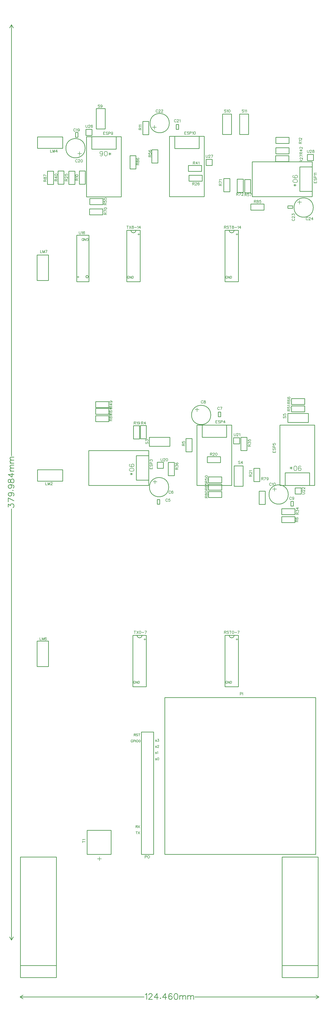
<source format=gto>
G04 ---------------------------- Layer name :TOP SILK LAYER*
G04 EasyEDA v5.8.16, Sun, 14 Oct 2018 04:50:05 GMT*
G04 5a396672bee444fbbd75647f7a64e84d*
G04 Gerber Generator version 0.2*
G04 Scale: 100 percent, Rotated: No, Reflected: No *
G04 Dimensions in millimeters *
G04 leading zeros omitted , absolute positions ,3 integer and 3 decimal *
%FSLAX33Y33*%
%MOMM*%
G90*
G71D02*

%ADD10C,0.254000*%
%ADD25C,0.177800*%
%ADD26C,0.203200*%

%LPD*%
G54D10*
G01X17780Y190754D02*
G01X17780Y195453D01*
G01X7239Y190754D02*
G01X7239Y195453D01*
G01X17780Y190754D02*
G01X7239Y190754D01*
G01X17780Y195453D02*
G01X7239Y195453D01*
G01X17780Y328930D02*
G01X17780Y333629D01*
G01X7239Y328930D02*
G01X7239Y333629D01*
G01X17780Y328930D02*
G01X7239Y328930D01*
G01X17780Y333629D02*
G01X7239Y333629D01*
G01X27940Y35814D02*
G01X37939Y35814D01*
G01X27940Y35814D02*
G01X27940Y45813D01*
G01X27940Y45813D02*
G01X37939Y45813D01*
G01X37939Y35814D02*
G01X37939Y45813D01*
G01X60309Y35814D02*
G01X123108Y35814D01*
G01X60309Y100893D02*
G01X123108Y100893D01*
G01X123108Y35814D02*
G01X123108Y100893D01*
G01X60309Y100893D02*
G01X60309Y35814D01*
G01X57150Y198628D02*
G01X59690Y198628D01*
G01X57150Y196088D02*
G01X59690Y196088D01*
G01X59690Y198628D02*
G01X59690Y196088D01*
G01X57150Y198628D02*
G01X57150Y196088D01*
G01X88900Y208788D02*
G01X91440Y208788D01*
G01X88900Y206248D02*
G01X91440Y206248D01*
G01X91440Y208788D02*
G01X91440Y206248D01*
G01X88900Y208788D02*
G01X88900Y206248D01*
G01X114554Y187960D02*
G01X117094Y187960D01*
G01X114554Y185420D02*
G01X117094Y185420D01*
G01X117094Y187960D02*
G01X117094Y185420D01*
G01X114554Y187960D02*
G01X114554Y185420D01*
G01X27432Y336804D02*
G01X29972Y336804D01*
G01X27432Y334264D02*
G01X29972Y334264D01*
G01X29972Y336804D02*
G01X29972Y334264D01*
G01X27432Y336804D02*
G01X27432Y334264D01*
G01X77470Y324358D02*
G01X80010Y324358D01*
G01X77470Y321818D02*
G01X80010Y321818D01*
G01X80010Y324358D02*
G01X80010Y321818D01*
G01X77470Y324358D02*
G01X77470Y321818D01*
G01X119634Y326390D02*
G01X122174Y326390D01*
G01X119634Y323850D02*
G01X122174Y323850D01*
G01X122174Y326390D02*
G01X122174Y323850D01*
G01X119634Y326390D02*
G01X119634Y323850D01*
G01X55626Y35814D02*
G01X55626Y86614D01*
G01X55626Y35814D02*
G01X50546Y35814D01*
G01X50546Y35814D02*
G01X50546Y86614D01*
G01X55626Y86614D02*
G01X50546Y86614D01*
G01X7112Y113792D02*
G01X11811Y113792D01*
G01X7112Y124333D02*
G01X11811Y124333D01*
G01X7112Y113792D02*
G01X7112Y124333D01*
G01X11811Y113792D02*
G01X11811Y124333D01*
G01X7112Y274066D02*
G01X11811Y274066D01*
G01X7112Y284607D02*
G01X11811Y284607D01*
G01X7112Y274066D02*
G01X7112Y284607D01*
G01X11811Y274066D02*
G01X11811Y284607D01*
G01X46990Y126746D02*
G01X52578Y126746D01*
G01X52578Y105410D01*
G01X46990Y105410D01*
G01X46990Y126746D01*
G01X46990Y126746D01*
G01X85344Y126746D02*
G01X90932Y126746D01*
G01X90932Y105410D01*
G01X85344Y105410D01*
G01X85344Y126746D01*
G01X85344Y126746D01*
G01X28702Y274828D02*
G01X28702Y273558D01*
G01X23622Y273558D01*
G01X23622Y292862D01*
G01X28702Y292862D01*
G01X28702Y291592D01*
G01X28702Y274828D02*
G01X28702Y291592D01*
G01X85344Y294894D02*
G01X90932Y294894D01*
G01X90932Y273558D01*
G01X85344Y273558D01*
G01X85344Y294894D01*
G01X85344Y294894D01*
G01X44450Y294894D02*
G01X50038Y294894D01*
G01X50038Y273558D01*
G01X44450Y273558D01*
G01X44450Y294894D01*
G01X44450Y294894D01*
G01X53848Y205232D02*
G01X53848Y208931D01*
G01X53848Y205232D02*
G01X62347Y205232D01*
G01X53848Y208931D02*
G01X62347Y208931D01*
G01X62348Y205232D02*
G01X62348Y208931D01*
G01X89154Y197104D02*
G01X92853Y197104D01*
G01X89154Y197104D02*
G01X89154Y188604D01*
G01X92853Y197104D02*
G01X92853Y188604D01*
G01X89154Y188603D02*
G01X92853Y188603D01*
G01X31496Y223774D02*
G01X31496Y221274D01*
G01X31496Y223774D02*
G01X36995Y223774D01*
G01X36995Y223774D02*
G01X36995Y221274D01*
G01X31496Y221274D02*
G01X36995Y221274D01*
G01X78486Y192532D02*
G01X78486Y190032D01*
G01X78486Y192532D02*
G01X83985Y192532D01*
G01X83985Y192532D02*
G01X83985Y190032D01*
G01X78486Y190032D02*
G01X83985Y190032D01*
G01X113030Y221996D02*
G01X113030Y219496D01*
G01X113030Y221996D02*
G01X118529Y221996D01*
G01X118529Y221996D02*
G01X118529Y219496D01*
G01X113030Y219496D02*
G01X118529Y219496D01*
G01X34544Y305562D02*
G01X34544Y308061D01*
G01X34544Y305562D02*
G01X29044Y305562D01*
G01X29044Y305562D02*
G01X29044Y308061D01*
G01X34544Y308061D02*
G01X29044Y308061D01*
G01X54864Y322834D02*
G01X57363Y322834D01*
G01X54864Y322834D02*
G01X54864Y328333D01*
G01X54864Y328333D02*
G01X57363Y328333D01*
G01X57363Y322834D02*
G01X57363Y328333D01*
G01X96012Y315976D02*
G01X93512Y315976D01*
G01X96012Y315976D02*
G01X96012Y310476D01*
G01X96012Y310476D02*
G01X93512Y310476D01*
G01X93512Y315976D02*
G01X93512Y310476D01*
G01X31496Y220980D02*
G01X31496Y218480D01*
G01X31496Y220980D02*
G01X36995Y220980D01*
G01X36995Y220980D02*
G01X36995Y218480D01*
G01X31496Y218480D02*
G01X36995Y218480D01*
G01X78486Y189484D02*
G01X78486Y186984D01*
G01X78486Y189484D02*
G01X83985Y189484D01*
G01X83985Y189484D02*
G01X83985Y186984D01*
G01X78486Y186984D02*
G01X83985Y186984D01*
G01X113030Y225044D02*
G01X113030Y222544D01*
G01X113030Y225044D02*
G01X118529Y225044D01*
G01X118529Y225044D02*
G01X118529Y222544D01*
G01X113030Y222544D02*
G01X118529Y222544D01*
G01X28956Y303784D02*
G01X28956Y301284D01*
G01X28956Y303784D02*
G01X34455Y303784D01*
G01X34455Y303784D02*
G01X34455Y301284D01*
G01X28956Y301284D02*
G01X34455Y301284D01*
G01X84836Y310896D02*
G01X87335Y310896D01*
G01X84836Y310896D02*
G01X84836Y316395D01*
G01X84836Y316395D02*
G01X87335Y316395D01*
G01X87335Y310896D02*
G01X87335Y316395D01*
G01X90424Y310642D02*
G01X92923Y310642D01*
G01X90424Y310642D02*
G01X90424Y316141D01*
G01X90424Y316141D02*
G01X92923Y316141D01*
G01X92923Y310642D02*
G01X92923Y316141D01*
G01X99568Y181102D02*
G01X102067Y181102D01*
G01X99568Y181102D02*
G01X99568Y186601D01*
G01X99568Y186601D02*
G01X102067Y186601D01*
G01X102067Y181102D02*
G01X102067Y186601D01*
G01X78486Y186436D02*
G01X78486Y183936D01*
G01X78486Y186436D02*
G01X83985Y186436D01*
G01X83985Y186436D02*
G01X83985Y183936D01*
G01X78486Y183936D02*
G01X83985Y183936D01*
G01X31496Y217932D02*
G01X31496Y215432D01*
G01X31496Y217932D02*
G01X36995Y217932D01*
G01X36995Y217932D02*
G01X36995Y215432D01*
G01X31496Y215432D02*
G01X36995Y215432D01*
G01X101600Y303276D02*
G01X101600Y305775D01*
G01X101600Y303276D02*
G01X96100Y303276D01*
G01X96100Y303276D02*
G01X96100Y305775D01*
G01X101600Y305775D02*
G01X96100Y305775D01*
G01X48260Y325882D02*
G01X45760Y325882D01*
G01X48260Y325882D02*
G01X48260Y320382D01*
G01X48260Y320382D02*
G01X45760Y320382D01*
G01X45760Y325882D02*
G01X45760Y320382D01*
G01X11430Y313944D02*
G01X13929Y313944D01*
G01X11430Y313944D02*
G01X11430Y319443D01*
G01X11430Y319443D02*
G01X13929Y319443D01*
G01X13929Y313944D02*
G01X13929Y319443D01*
G01X52578Y213868D02*
G01X50078Y213868D01*
G01X52578Y213868D02*
G01X52578Y208368D01*
G01X52578Y208368D02*
G01X50078Y208367D01*
G01X50078Y213868D02*
G01X50078Y208368D01*
G01X69088Y202946D02*
G01X71587Y202946D01*
G01X69088Y202946D02*
G01X69088Y208445D01*
G01X69088Y208445D02*
G01X71587Y208446D01*
G01X71587Y202946D02*
G01X71587Y208445D01*
G01X108966Y176022D02*
G01X108966Y173522D01*
G01X108966Y176022D02*
G01X114465Y176022D01*
G01X114465Y176022D02*
G01X114466Y173522D01*
G01X108966Y173522D02*
G01X114465Y173522D01*
G01X27178Y319532D02*
G01X24678Y319532D01*
G01X27178Y319532D02*
G01X27178Y314032D01*
G01X27178Y314032D02*
G01X24678Y314031D01*
G01X24678Y319532D02*
G01X24678Y314032D01*
G01X53594Y340106D02*
G01X51094Y340106D01*
G01X53594Y340106D02*
G01X53594Y334606D01*
G01X53594Y334606D02*
G01X51094Y334605D01*
G01X51094Y340106D02*
G01X51094Y334606D01*
G01X112014Y330962D02*
G01X112014Y333461D01*
G01X112014Y330962D02*
G01X106514Y330962D01*
G01X106514Y330962D02*
G01X106513Y333461D01*
G01X112014Y333461D02*
G01X106514Y333461D01*
G01X82550Y219456D02*
G01X83566Y219456D01*
G01X82550Y219456D02*
G01X82550Y217457D01*
G01X83566Y219456D02*
G01X83566Y217457D01*
G01X82550Y217456D02*
G01X83566Y217456D01*
G01X112776Y182372D02*
G01X113792Y182372D01*
G01X112776Y182372D02*
G01X112776Y180373D01*
G01X113792Y182372D02*
G01X113792Y180373D01*
G01X112776Y180372D02*
G01X113792Y180372D01*
G01X24130Y333502D02*
G01X23114Y333502D01*
G01X24130Y333502D02*
G01X24130Y335500D01*
G01X23114Y333502D02*
G01X23114Y335500D01*
G01X24130Y335501D02*
G01X23114Y335501D01*
G01X66040Y336804D02*
G01X65024Y336804D01*
G01X66040Y336804D02*
G01X66040Y338802D01*
G01X65024Y336804D02*
G01X65024Y338802D01*
G01X66040Y338803D02*
G01X65024Y338803D01*
G01X111506Y304038D02*
G01X111506Y305054D01*
G01X111506Y304038D02*
G01X113504Y304038D01*
G01X111506Y305054D02*
G01X113504Y305054D01*
G01X113504Y304038D02*
G01X113504Y305054D01*
G01X108966Y179324D02*
G01X108966Y176824D01*
G01X108966Y179324D02*
G01X114465Y179324D01*
G01X114465Y179324D02*
G01X114466Y176824D01*
G01X108966Y176824D02*
G01X114465Y176824D01*
G01X91948Y203454D02*
G01X94447Y203454D01*
G01X91948Y203454D02*
G01X91948Y208953D01*
G01X91948Y208953D02*
G01X94447Y208954D01*
G01X94447Y203454D02*
G01X94447Y208953D01*
G01X61722Y193040D02*
G01X64221Y193040D01*
G01X61722Y193040D02*
G01X61722Y198539D01*
G01X61722Y198539D02*
G01X64221Y198540D01*
G01X64221Y193040D02*
G01X64221Y198539D01*
G01X18288Y319532D02*
G01X15788Y319532D01*
G01X18288Y319532D02*
G01X18288Y314032D01*
G01X18288Y314032D02*
G01X15788Y314031D01*
G01X15788Y319532D02*
G01X15788Y314032D01*
G01X70104Y321818D02*
G01X70104Y319318D01*
G01X70104Y321818D02*
G01X75603Y321818D01*
G01X75603Y321818D02*
G01X75604Y319318D01*
G01X70104Y319318D02*
G01X75603Y319318D01*
G01X112014Y326644D02*
G01X112014Y329143D01*
G01X112014Y326644D02*
G01X106514Y326644D01*
G01X106514Y326644D02*
G01X106513Y329143D01*
G01X112014Y329143D02*
G01X106514Y329143D01*
G01X53594Y203454D02*
G01X53594Y188953D01*
G01X28595Y203454D02*
G01X28595Y188953D01*
G01X53594Y203454D02*
G01X28595Y203454D01*
G01X53594Y188953D02*
G01X28595Y188953D01*
G01X53487Y201284D02*
G01X48407Y201284D01*
G01X53487Y191124D02*
G01X48407Y191124D01*
G01X48407Y201284D02*
G01X48407Y191124D01*
G01X122682Y188976D02*
G01X108181Y188976D01*
G01X122682Y213974D02*
G01X108181Y213974D01*
G01X122682Y188976D02*
G01X122682Y213974D01*
G01X108181Y188976D02*
G01X108181Y213974D01*
G01X120512Y189082D02*
G01X120512Y194162D01*
G01X110352Y189082D02*
G01X110352Y194162D01*
G01X120512Y194162D02*
G01X110352Y194162D01*
G01X27686Y333756D02*
G01X42186Y333756D01*
G01X27686Y308754D02*
G01X42186Y308754D01*
G01X27686Y333756D02*
G01X27686Y308754D01*
G01X42186Y333756D02*
G01X42186Y308754D01*
G01X29855Y333646D02*
G01X29855Y328566D01*
G01X40015Y333646D02*
G01X40015Y328566D01*
G01X29855Y328566D02*
G01X40015Y328566D01*
G01X76708Y308864D02*
G01X62207Y308864D01*
G01X76708Y333862D02*
G01X62207Y333862D01*
G01X76708Y308864D02*
G01X76708Y333862D01*
G01X62207Y308864D02*
G01X62207Y333862D01*
G01X74538Y328782D02*
G01X74538Y333862D01*
G01X64378Y328782D02*
G01X64378Y333862D01*
G01X74538Y328782D02*
G01X64378Y328782D01*
G01X121666Y323342D02*
G01X121666Y308841D01*
G01X96667Y323342D02*
G01X96667Y308841D01*
G01X121666Y323342D02*
G01X96667Y323342D01*
G01X121666Y308841D02*
G01X96667Y308841D01*
G01X121559Y321172D02*
G01X116479Y321172D01*
G01X121559Y311012D02*
G01X116479Y311012D01*
G01X116479Y321172D02*
G01X116479Y311012D01*
G01X88138Y188976D02*
G01X73637Y188976D01*
G01X88138Y213974D02*
G01X73637Y213974D01*
G01X88138Y188976D02*
G01X88138Y213974D01*
G01X73637Y188976D02*
G01X73637Y213974D01*
G01X85968Y208894D02*
G01X85968Y213974D01*
G01X75808Y208894D02*
G01X75808Y213974D01*
G01X85968Y208894D02*
G01X75808Y208894D01*
G01X47244Y208280D02*
G01X49743Y208280D01*
G01X47244Y208280D02*
G01X47244Y213779D01*
G01X47244Y213779D02*
G01X49743Y213780D01*
G01X49743Y208280D02*
G01X49743Y213779D01*
G01X77978Y200914D02*
G01X77978Y198414D01*
G01X77978Y200914D02*
G01X83477Y200914D01*
G01X83477Y200914D02*
G01X83477Y198414D01*
G01X77978Y198414D02*
G01X83477Y198414D01*
G01X99822Y196088D02*
G01X97322Y196088D01*
G01X99822Y196088D02*
G01X99822Y190588D01*
G01X99822Y190588D02*
G01X97322Y190587D01*
G01X97322Y196088D02*
G01X97322Y190588D01*
G01X20320Y313944D02*
G01X22819Y313944D01*
G01X20320Y313944D02*
G01X20320Y319443D01*
G01X20320Y319443D02*
G01X22819Y319444D01*
G01X22819Y313944D02*
G01X22819Y319443D01*
G01X70358Y317754D02*
G01X70358Y315254D01*
G01X70358Y317754D02*
G01X75857Y317754D01*
G01X75857Y317754D02*
G01X75857Y315254D01*
G01X70358Y315254D02*
G01X75857Y315254D01*
G01X106426Y325882D02*
G01X106426Y323382D01*
G01X106426Y325882D02*
G01X111925Y325882D01*
G01X111925Y325882D02*
G01X111926Y323382D01*
G01X106426Y323382D02*
G01X111925Y323382D01*
G01X57150Y183134D02*
G01X58166Y183134D01*
G01X57150Y183134D02*
G01X57150Y181135D01*
G01X58166Y183134D02*
G01X58166Y181135D01*
G01X57150Y181134D02*
G01X58166Y181134D01*
G01X31750Y345440D02*
G01X35449Y345440D01*
G01X31750Y345440D02*
G01X31750Y336940D01*
G01X35449Y345440D02*
G01X35449Y336940D01*
G01X31750Y336939D02*
G01X35449Y336939D01*
G01X84328Y343154D02*
G01X88027Y343154D01*
G01X84328Y343154D02*
G01X84328Y334654D01*
G01X88027Y343154D02*
G01X88027Y334654D01*
G01X84328Y334653D02*
G01X88027Y334653D01*
G01X91440Y343154D02*
G01X95139Y343154D01*
G01X91440Y343154D02*
G01X91440Y334654D01*
G01X95139Y343154D02*
G01X95139Y334654D01*
G01X91440Y334653D02*
G01X95139Y334653D01*
G01X111506Y215138D02*
G01X111506Y218837D01*
G01X111506Y215138D02*
G01X120005Y215138D01*
G01X111506Y218837D02*
G01X120005Y218837D01*
G01X120006Y215138D02*
G01X120006Y218837D01*
G01X109085Y34670D02*
G01X109085Y-15329D01*
G01X109085Y34670D02*
G01X124085Y34670D01*
G01X124085Y34670D02*
G01X124085Y-15329D01*
G01X109085Y-15329D02*
G01X124085Y-15329D01*
G01X109085Y-10329D02*
G01X124085Y-10329D01*
G01X119Y34670D02*
G01X119Y-15329D01*
G01X119Y34670D02*
G01X15119Y34670D01*
G01X15119Y34670D02*
G01X15119Y-15329D01*
G01X119Y-15329D02*
G01X15119Y-15329D01*
G01X119Y-10329D02*
G01X15119Y-10329D01*
G54D25*
G01X10668Y190246D02*
G01X10668Y189156D01*
G01X10668Y189156D02*
G01X11290Y189156D01*
G01X11633Y190246D02*
G01X11633Y189156D01*
G01X11633Y190246D02*
G01X12049Y189156D01*
G01X12466Y190246D02*
G01X12049Y189156D01*
G01X12466Y190246D02*
G01X12466Y189156D01*
G01X12860Y189986D02*
G01X12860Y190040D01*
G01X12913Y190144D01*
G01X12964Y190195D01*
G01X13068Y190246D01*
G01X13276Y190246D01*
G01X13380Y190195D01*
G01X13431Y190144D01*
G01X13484Y190040D01*
G01X13484Y189936D01*
G01X13431Y189831D01*
G01X13327Y189674D01*
G01X12809Y189156D01*
G01X13535Y189156D01*
G01X12700Y328282D02*
G01X12700Y327192D01*
G01X12700Y327192D02*
G01X13322Y327192D01*
G01X13665Y328282D02*
G01X13665Y327192D01*
G01X13665Y328282D02*
G01X14081Y327192D01*
G01X14498Y328282D02*
G01X14081Y327192D01*
G01X14498Y328282D02*
G01X14498Y327192D01*
G01X15359Y328282D02*
G01X14841Y327555D01*
G01X15621Y327555D01*
G01X15359Y328282D02*
G01X15359Y327192D01*
G01X26047Y41003D02*
G01X27137Y41003D01*
G01X26047Y40640D02*
G01X26047Y41366D01*
G01X26253Y41709D02*
G01X26202Y41813D01*
G01X26047Y41970D01*
G01X27137Y41970D01*
G54D26*
G01X32258Y33964D02*
G01X33919Y33964D01*
G01X33088Y33134D02*
G01X33088Y34798D01*
G54D25*
G01X91694Y102984D02*
G01X91694Y101894D01*
G01X91694Y102984D02*
G01X92161Y102984D01*
G01X92316Y102933D01*
G01X92369Y102882D01*
G01X92420Y102778D01*
G01X92420Y102621D01*
G01X92369Y102516D01*
G01X92316Y102466D01*
G01X92161Y102412D01*
G01X91694Y102412D01*
G01X92763Y102984D02*
G01X92763Y101894D01*
G01X58674Y200152D02*
G01X58674Y199374D01*
G01X58724Y199217D01*
G01X58828Y199113D01*
G01X58986Y199062D01*
G01X59090Y199062D01*
G01X59245Y199113D01*
G01X59349Y199217D01*
G01X59400Y199374D01*
G01X59400Y200152D01*
G01X59796Y199892D02*
G01X59796Y199946D01*
G01X59847Y200050D01*
G01X59900Y200101D01*
G01X60004Y200152D01*
G01X60210Y200152D01*
G01X60314Y200101D01*
G01X60368Y200050D01*
G01X60418Y199946D01*
G01X60418Y199842D01*
G01X60368Y199737D01*
G01X60264Y199580D01*
G01X59743Y199062D01*
G01X60472Y199062D01*
G01X61125Y200152D02*
G01X60970Y200101D01*
G01X60866Y199946D01*
G01X60815Y199684D01*
G01X60815Y199529D01*
G01X60866Y199270D01*
G01X60970Y199113D01*
G01X61125Y199062D01*
G01X61229Y199062D01*
G01X61386Y199113D01*
G01X61490Y199270D01*
G01X61541Y199529D01*
G01X61541Y199684D01*
G01X61490Y199946D01*
G01X61386Y200101D01*
G01X61229Y200152D01*
G01X61125Y200152D01*
G01X89154Y210566D02*
G01X89154Y209788D01*
G01X89204Y209631D01*
G01X89308Y209527D01*
G01X89466Y209476D01*
G01X89570Y209476D01*
G01X89725Y209527D01*
G01X89829Y209631D01*
G01X89880Y209788D01*
G01X89880Y210566D01*
G01X90276Y210306D02*
G01X90276Y210360D01*
G01X90327Y210464D01*
G01X90380Y210515D01*
G01X90484Y210566D01*
G01X90690Y210566D01*
G01X90794Y210515D01*
G01X90848Y210464D01*
G01X90898Y210360D01*
G01X90898Y210256D01*
G01X90848Y210151D01*
G01X90744Y209994D01*
G01X90223Y209476D01*
G01X90952Y209476D01*
G01X91295Y210360D02*
G01X91399Y210411D01*
G01X91554Y210566D01*
G01X91554Y209476D01*
G01X117487Y185305D02*
G01X118264Y185305D01*
G01X118422Y185356D01*
G01X118526Y185460D01*
G01X118577Y185618D01*
G01X118577Y185722D01*
G01X118526Y185877D01*
G01X118422Y185981D01*
G01X118264Y186032D01*
G01X117487Y186032D01*
G01X117746Y186428D02*
G01X117693Y186428D01*
G01X117589Y186479D01*
G01X117538Y186532D01*
G01X117487Y186636D01*
G01X117487Y186842D01*
G01X117538Y186946D01*
G01X117589Y186999D01*
G01X117693Y187050D01*
G01X117797Y187050D01*
G01X117901Y186999D01*
G01X118059Y186895D01*
G01X118577Y186375D01*
G01X118577Y187104D01*
G01X117746Y187497D02*
G01X117693Y187497D01*
G01X117589Y187551D01*
G01X117538Y187601D01*
G01X117487Y187706D01*
G01X117487Y187914D01*
G01X117538Y188018D01*
G01X117589Y188069D01*
G01X117693Y188122D01*
G01X117797Y188122D01*
G01X117901Y188069D01*
G01X118059Y187965D01*
G01X118577Y187446D01*
G01X118577Y188173D01*
G01X27432Y338582D02*
G01X27432Y337804D01*
G01X27482Y337647D01*
G01X27586Y337543D01*
G01X27744Y337492D01*
G01X27848Y337492D01*
G01X28003Y337543D01*
G01X28107Y337647D01*
G01X28158Y337804D01*
G01X28158Y338582D01*
G01X28554Y338322D02*
G01X28554Y338376D01*
G01X28605Y338480D01*
G01X28658Y338531D01*
G01X28762Y338582D01*
G01X28968Y338582D01*
G01X29072Y338531D01*
G01X29126Y338480D01*
G01X29176Y338376D01*
G01X29176Y338272D01*
G01X29126Y338167D01*
G01X29022Y338010D01*
G01X28501Y337492D01*
G01X29230Y337492D01*
G01X30195Y338427D02*
G01X30144Y338531D01*
G01X29987Y338582D01*
G01X29883Y338582D01*
G01X29728Y338531D01*
G01X29624Y338376D01*
G01X29573Y338114D01*
G01X29573Y337855D01*
G01X29624Y337647D01*
G01X29728Y337543D01*
G01X29883Y337492D01*
G01X29936Y337492D01*
G01X30091Y337543D01*
G01X30195Y337647D01*
G01X30248Y337804D01*
G01X30248Y337855D01*
G01X30195Y338010D01*
G01X30091Y338114D01*
G01X29936Y338167D01*
G01X29883Y338167D01*
G01X29728Y338114D01*
G01X29624Y338010D01*
G01X29573Y337855D01*
G01X77470Y326136D02*
G01X77470Y325358D01*
G01X77520Y325201D01*
G01X77624Y325097D01*
G01X77782Y325046D01*
G01X77886Y325046D01*
G01X78041Y325097D01*
G01X78145Y325201D01*
G01X78196Y325358D01*
G01X78196Y326136D01*
G01X78592Y325876D02*
G01X78592Y325930D01*
G01X78643Y326034D01*
G01X78696Y326085D01*
G01X78800Y326136D01*
G01X79006Y326136D01*
G01X79110Y326085D01*
G01X79164Y326034D01*
G01X79214Y325930D01*
G01X79214Y325826D01*
G01X79164Y325721D01*
G01X79060Y325564D01*
G01X78539Y325046D01*
G01X79268Y325046D01*
G01X80337Y326136D02*
G01X79819Y325046D01*
G01X79611Y326136D02*
G01X80337Y326136D01*
G01X119634Y328168D02*
G01X119634Y327390D01*
G01X119684Y327233D01*
G01X119788Y327129D01*
G01X119946Y327078D01*
G01X120050Y327078D01*
G01X120205Y327129D01*
G01X120309Y327233D01*
G01X120360Y327390D01*
G01X120360Y328168D01*
G01X120756Y327908D02*
G01X120756Y327962D01*
G01X120807Y328066D01*
G01X120860Y328117D01*
G01X120964Y328168D01*
G01X121170Y328168D01*
G01X121274Y328117D01*
G01X121328Y328066D01*
G01X121378Y327962D01*
G01X121378Y327858D01*
G01X121328Y327753D01*
G01X121224Y327596D01*
G01X120703Y327078D01*
G01X121432Y327078D01*
G01X122034Y328168D02*
G01X121879Y328117D01*
G01X121826Y328013D01*
G01X121826Y327908D01*
G01X121879Y327804D01*
G01X121983Y327753D01*
G01X122189Y327700D01*
G01X122346Y327649D01*
G01X122450Y327545D01*
G01X122501Y327441D01*
G01X122501Y327286D01*
G01X122450Y327182D01*
G01X122397Y327129D01*
G01X122242Y327078D01*
G01X122034Y327078D01*
G01X121879Y327129D01*
G01X121826Y327182D01*
G01X121775Y327286D01*
G01X121775Y327441D01*
G01X121826Y327545D01*
G01X121930Y327649D01*
G01X122085Y327700D01*
G01X122293Y327753D01*
G01X122397Y327804D01*
G01X122450Y327908D01*
G01X122450Y328013D01*
G01X122397Y328117D01*
G01X122242Y328168D01*
G01X122034Y328168D01*
G01X52070Y35306D02*
G01X52070Y34216D01*
G01X52070Y35306D02*
G01X52537Y35306D01*
G01X52692Y35255D01*
G01X52745Y35204D01*
G01X52796Y35100D01*
G01X52796Y34942D01*
G01X52745Y34838D01*
G01X52692Y34787D01*
G01X52537Y34734D01*
G01X52070Y34734D01*
G01X53451Y35306D02*
G01X53347Y35255D01*
G01X53243Y35151D01*
G01X53192Y35046D01*
G01X53139Y34891D01*
G01X53139Y34632D01*
G01X53192Y34475D01*
G01X53243Y34371D01*
G01X53347Y34267D01*
G01X53451Y34216D01*
G01X53660Y34216D01*
G01X53764Y34267D01*
G01X53868Y34371D01*
G01X53919Y34475D01*
G01X53972Y34632D01*
G01X53972Y34891D01*
G01X53919Y35046D01*
G01X53868Y35151D01*
G01X53764Y35255D01*
G01X53660Y35306D01*
G01X53451Y35306D01*
G01X8242Y125821D02*
G01X8242Y124731D01*
G01X8242Y124731D02*
G01X8864Y124731D01*
G01X9207Y125821D02*
G01X9207Y124731D01*
G01X9207Y125821D02*
G01X9624Y124731D01*
G01X10040Y125821D02*
G01X9624Y124731D01*
G01X10040Y125821D02*
G01X10040Y124731D01*
G01X11005Y125666D02*
G01X10955Y125770D01*
G01X10797Y125821D01*
G01X10693Y125821D01*
G01X10538Y125770D01*
G01X10434Y125615D01*
G01X10383Y125354D01*
G01X10383Y125094D01*
G01X10434Y124886D01*
G01X10538Y124782D01*
G01X10693Y124731D01*
G01X10746Y124731D01*
G01X10901Y124782D01*
G01X11005Y124886D01*
G01X11059Y125044D01*
G01X11059Y125094D01*
G01X11005Y125249D01*
G01X10901Y125354D01*
G01X10746Y125407D01*
G01X10693Y125407D01*
G01X10538Y125354D01*
G01X10434Y125249D01*
G01X10383Y125094D01*
G01X8496Y286552D02*
G01X8496Y285462D01*
G01X8496Y285462D02*
G01X9118Y285462D01*
G01X9461Y286552D02*
G01X9461Y285462D01*
G01X9461Y286552D02*
G01X9878Y285462D01*
G01X10294Y286552D02*
G01X9878Y285462D01*
G01X10294Y286552D02*
G01X10294Y285462D01*
G01X11364Y286552D02*
G01X10845Y285462D01*
G01X10637Y286552D02*
G01X11364Y286552D01*
G01X47861Y128524D02*
G01X47861Y127434D01*
G01X47498Y128524D02*
G01X48224Y128524D01*
G01X48567Y128524D02*
G01X49296Y127434D01*
G01X49296Y128524D02*
G01X48567Y127434D01*
G01X49949Y128524D02*
G01X49794Y128473D01*
G01X49690Y128318D01*
G01X49639Y128056D01*
G01X49639Y127901D01*
G01X49690Y127642D01*
G01X49794Y127485D01*
G01X49949Y127434D01*
G01X50053Y127434D01*
G01X50210Y127485D01*
G01X50314Y127642D01*
G01X50365Y127901D01*
G01X50365Y128056D01*
G01X50314Y128318D01*
G01X50210Y128473D01*
G01X50053Y128524D01*
G01X49949Y128524D01*
G01X50708Y127901D02*
G01X51643Y127901D01*
G01X52715Y128524D02*
G01X52194Y127434D01*
G01X51986Y128524D02*
G01X52715Y128524D01*
G54D26*
G01X51970Y125475D02*
G01X51970Y124658D01*
G01X51562Y125067D02*
G01X52379Y125067D01*
G01X47924Y107467D02*
G01X47881Y107558D01*
G01X47790Y107650D01*
G01X47698Y107696D01*
G01X47515Y107696D01*
G01X47426Y107650D01*
G01X47335Y107558D01*
G01X47289Y107467D01*
G01X47244Y107332D01*
G01X47244Y107104D01*
G01X47289Y106967D01*
G01X47335Y106878D01*
G01X47426Y106786D01*
G01X47515Y106740D01*
G01X47698Y106740D01*
G01X47790Y106786D01*
G01X47881Y106878D01*
G01X47924Y106967D01*
G01X47924Y107104D01*
G01X47698Y107104D02*
G01X47924Y107104D01*
G01X48226Y107696D02*
G01X48226Y106740D01*
G01X48226Y107696D02*
G01X48861Y106740D01*
G01X48861Y107696D02*
G01X48861Y106740D01*
G01X49161Y107696D02*
G01X49161Y106740D01*
G01X49161Y107696D02*
G01X49479Y107696D01*
G01X49616Y107650D01*
G01X49707Y107558D01*
G01X49753Y107467D01*
G01X49799Y107332D01*
G01X49799Y107104D01*
G01X49753Y106967D01*
G01X49707Y106878D01*
G01X49616Y106786D01*
G01X49479Y106740D01*
G01X49161Y106740D01*
G54D25*
G01X85090Y128524D02*
G01X85090Y127434D01*
G01X85090Y128524D02*
G01X85557Y128524D01*
G01X85712Y128473D01*
G01X85765Y128422D01*
G01X85816Y128318D01*
G01X85816Y128214D01*
G01X85765Y128109D01*
G01X85712Y128056D01*
G01X85557Y128005D01*
G01X85090Y128005D01*
G01X85453Y128005D02*
G01X85816Y127434D01*
G01X86888Y128369D02*
G01X86784Y128473D01*
G01X86626Y128524D01*
G01X86420Y128524D01*
G01X86263Y128473D01*
G01X86159Y128369D01*
G01X86159Y128264D01*
G01X86212Y128160D01*
G01X86263Y128109D01*
G01X86367Y128056D01*
G01X86680Y127952D01*
G01X86784Y127901D01*
G01X86834Y127850D01*
G01X86888Y127746D01*
G01X86888Y127589D01*
G01X86784Y127485D01*
G01X86626Y127434D01*
G01X86420Y127434D01*
G01X86263Y127485D01*
G01X86159Y127589D01*
G01X87594Y128524D02*
G01X87594Y127434D01*
G01X87231Y128524D02*
G01X87957Y128524D01*
G01X88612Y128524D02*
G01X88455Y128473D01*
G01X88353Y128318D01*
G01X88300Y128056D01*
G01X88300Y127901D01*
G01X88353Y127642D01*
G01X88455Y127485D01*
G01X88612Y127434D01*
G01X88717Y127434D01*
G01X88872Y127485D01*
G01X88976Y127642D01*
G01X89027Y127901D01*
G01X89027Y128056D01*
G01X88976Y128318D01*
G01X88872Y128473D01*
G01X88717Y128524D01*
G01X88612Y128524D01*
G01X89369Y127901D02*
G01X90307Y127901D01*
G01X91376Y128524D02*
G01X90855Y127434D01*
G01X90650Y128524D02*
G01X91376Y128524D01*
G54D26*
G01X90324Y125475D02*
G01X90324Y124658D01*
G01X89916Y125067D02*
G01X90733Y125067D01*
G01X86278Y107467D02*
G01X86235Y107558D01*
G01X86144Y107650D01*
G01X86052Y107696D01*
G01X85869Y107696D01*
G01X85780Y107650D01*
G01X85689Y107558D01*
G01X85643Y107467D01*
G01X85598Y107332D01*
G01X85598Y107104D01*
G01X85643Y106967D01*
G01X85689Y106878D01*
G01X85780Y106786D01*
G01X85869Y106740D01*
G01X86052Y106740D01*
G01X86144Y106786D01*
G01X86235Y106878D01*
G01X86278Y106967D01*
G01X86278Y107104D01*
G01X86052Y107104D02*
G01X86278Y107104D01*
G01X86580Y107696D02*
G01X86580Y106740D01*
G01X86580Y107696D02*
G01X87215Y106740D01*
G01X87215Y107696D02*
G01X87215Y106740D01*
G01X87515Y107696D02*
G01X87515Y106740D01*
G01X87515Y107696D02*
G01X87833Y107696D01*
G01X87970Y107650D01*
G01X88061Y107558D01*
G01X88107Y107467D01*
G01X88153Y107332D01*
G01X88153Y107104D01*
G01X88107Y106967D01*
G01X88061Y106878D01*
G01X87970Y106786D01*
G01X87833Y106740D01*
G01X87515Y106740D01*
G54D25*
G01X24638Y294386D02*
G01X24638Y293608D01*
G01X24688Y293451D01*
G01X24792Y293347D01*
G01X24950Y293296D01*
G01X25054Y293296D01*
G01X25209Y293347D01*
G01X25313Y293451D01*
G01X25364Y293608D01*
G01X25364Y294386D01*
G01X25707Y294180D02*
G01X25811Y294231D01*
G01X25968Y294386D01*
G01X25968Y293296D01*
G01X26934Y294231D02*
G01X26883Y294335D01*
G01X26725Y294386D01*
G01X26621Y294386D01*
G01X26466Y294335D01*
G01X26362Y294180D01*
G01X26311Y293918D01*
G01X26311Y293659D01*
G01X26362Y293451D01*
G01X26466Y293347D01*
G01X26621Y293296D01*
G01X26675Y293296D01*
G01X26830Y293347D01*
G01X26934Y293451D01*
G01X26987Y293608D01*
G01X26987Y293659D01*
G01X26934Y293814D01*
G01X26830Y293918D01*
G01X26675Y293972D01*
G01X26621Y293972D01*
G01X26466Y293918D01*
G01X26362Y293814D01*
G01X26311Y293659D01*
G54D26*
G01X24216Y275081D02*
G01X24216Y275925D01*
G01X24638Y275503D02*
G01X23794Y275503D01*
G01X27744Y290756D02*
G01X27790Y290662D01*
G01X27884Y290568D01*
G01X27978Y290520D01*
G01X28166Y290520D01*
G01X28260Y290568D01*
G01X28354Y290662D01*
G01X28402Y290756D01*
G01X28448Y290896D01*
G01X28448Y291129D01*
G01X28402Y291271D01*
G01X28354Y291365D01*
G01X28260Y291459D01*
G01X28166Y291505D01*
G01X27978Y291505D01*
G01X27884Y291459D01*
G01X27790Y291365D01*
G01X27744Y291271D01*
G01X27744Y291129D01*
G01X27978Y291129D02*
G01X27744Y291129D01*
G01X27434Y290520D02*
G01X27434Y291505D01*
G01X27434Y290520D02*
G01X26779Y291505D01*
G01X26779Y290520D02*
G01X26779Y291505D01*
G01X26469Y290520D02*
G01X26469Y291505D01*
G01X26469Y290520D02*
G01X26139Y290520D01*
G01X25999Y290568D01*
G01X25905Y290662D01*
G01X25859Y290756D01*
G01X25811Y290896D01*
G01X25811Y291129D01*
G01X25859Y291271D01*
G01X25905Y291365D01*
G01X25999Y291459D01*
G01X26139Y291505D01*
G01X26469Y291505D01*
G54D25*
G01X85090Y296671D02*
G01X85090Y295582D01*
G01X85090Y296671D02*
G01X85557Y296671D01*
G01X85712Y296621D01*
G01X85765Y296570D01*
G01X85816Y296466D01*
G01X85816Y296362D01*
G01X85765Y296257D01*
G01X85712Y296204D01*
G01X85557Y296153D01*
G01X85090Y296153D01*
G01X85453Y296153D02*
G01X85816Y295582D01*
G01X86888Y296517D02*
G01X86784Y296621D01*
G01X86626Y296671D01*
G01X86420Y296671D01*
G01X86263Y296621D01*
G01X86159Y296517D01*
G01X86159Y296412D01*
G01X86212Y296308D01*
G01X86263Y296257D01*
G01X86367Y296204D01*
G01X86680Y296100D01*
G01X86784Y296049D01*
G01X86834Y295998D01*
G01X86888Y295894D01*
G01X86888Y295737D01*
G01X86784Y295633D01*
G01X86626Y295582D01*
G01X86420Y295582D01*
G01X86263Y295633D01*
G01X86159Y295737D01*
G01X87594Y296671D02*
G01X87594Y295582D01*
G01X87231Y296671D02*
G01X87957Y296671D01*
G01X88559Y296671D02*
G01X88404Y296621D01*
G01X88353Y296517D01*
G01X88353Y296412D01*
G01X88404Y296308D01*
G01X88508Y296257D01*
G01X88717Y296204D01*
G01X88872Y296153D01*
G01X88976Y296049D01*
G01X89027Y295945D01*
G01X89027Y295790D01*
G01X88976Y295686D01*
G01X88925Y295633D01*
G01X88767Y295582D01*
G01X88559Y295582D01*
G01X88404Y295633D01*
G01X88353Y295686D01*
G01X88300Y295790D01*
G01X88300Y295945D01*
G01X88353Y296049D01*
G01X88455Y296153D01*
G01X88612Y296204D01*
G01X88821Y296257D01*
G01X88925Y296308D01*
G01X88976Y296412D01*
G01X88976Y296517D01*
G01X88925Y296621D01*
G01X88767Y296671D01*
G01X88559Y296671D01*
G01X89369Y296049D02*
G01X90307Y296049D01*
G01X90650Y296466D02*
G01X90754Y296517D01*
G01X90909Y296671D01*
G01X90909Y295582D01*
G01X91770Y296671D02*
G01X91252Y295945D01*
G01X92031Y295945D01*
G01X91770Y296671D02*
G01X91770Y295582D01*
G54D26*
G01X90324Y293623D02*
G01X90324Y292806D01*
G01X89916Y293215D02*
G01X90733Y293215D01*
G01X86278Y275615D02*
G01X86235Y275706D01*
G01X86144Y275798D01*
G01X86052Y275844D01*
G01X85869Y275844D01*
G01X85780Y275798D01*
G01X85689Y275706D01*
G01X85643Y275615D01*
G01X85598Y275480D01*
G01X85598Y275252D01*
G01X85643Y275115D01*
G01X85689Y275026D01*
G01X85780Y274934D01*
G01X85869Y274888D01*
G01X86052Y274888D01*
G01X86144Y274934D01*
G01X86235Y275026D01*
G01X86278Y275115D01*
G01X86278Y275252D01*
G01X86052Y275252D02*
G01X86278Y275252D01*
G01X86580Y275844D02*
G01X86580Y274888D01*
G01X86580Y275844D02*
G01X87215Y274888D01*
G01X87215Y275844D02*
G01X87215Y274888D01*
G01X87515Y275844D02*
G01X87515Y274888D01*
G01X87515Y275844D02*
G01X87833Y275844D01*
G01X87970Y275798D01*
G01X88061Y275706D01*
G01X88107Y275615D01*
G01X88153Y275480D01*
G01X88153Y275252D01*
G01X88107Y275115D01*
G01X88061Y275026D01*
G01X87970Y274934D01*
G01X87833Y274888D01*
G01X87515Y274888D01*
G54D25*
G01X44813Y296671D02*
G01X44813Y295582D01*
G01X44450Y296671D02*
G01X45176Y296671D01*
G01X45519Y296671D02*
G01X46248Y295582D01*
G01X46248Y296671D02*
G01X45519Y295582D01*
G01X46850Y296671D02*
G01X46695Y296621D01*
G01X46642Y296517D01*
G01X46642Y296412D01*
G01X46695Y296308D01*
G01X46799Y296257D01*
G01X47005Y296204D01*
G01X47162Y296153D01*
G01X47266Y296049D01*
G01X47317Y295945D01*
G01X47317Y295790D01*
G01X47266Y295686D01*
G01X47213Y295633D01*
G01X47058Y295582D01*
G01X46850Y295582D01*
G01X46695Y295633D01*
G01X46642Y295686D01*
G01X46591Y295790D01*
G01X46591Y295945D01*
G01X46642Y296049D01*
G01X46746Y296153D01*
G01X46901Y296204D01*
G01X47109Y296257D01*
G01X47213Y296308D01*
G01X47266Y296412D01*
G01X47266Y296517D01*
G01X47213Y296621D01*
G01X47058Y296671D01*
G01X46850Y296671D01*
G01X47660Y296049D02*
G01X48595Y296049D01*
G01X48938Y296466D02*
G01X49042Y296517D01*
G01X49199Y296671D01*
G01X49199Y295582D01*
G01X50060Y296671D02*
G01X49542Y295945D01*
G01X50319Y295945D01*
G01X50060Y296671D02*
G01X50060Y295582D01*
G54D26*
G01X49430Y293623D02*
G01X49430Y292806D01*
G01X49022Y293215D02*
G01X49839Y293215D01*
G01X45384Y275615D02*
G01X45341Y275706D01*
G01X45250Y275798D01*
G01X45158Y275844D01*
G01X44975Y275844D01*
G01X44886Y275798D01*
G01X44795Y275706D01*
G01X44749Y275615D01*
G01X44704Y275480D01*
G01X44704Y275252D01*
G01X44749Y275115D01*
G01X44795Y275026D01*
G01X44886Y274934D01*
G01X44975Y274888D01*
G01X45158Y274888D01*
G01X45250Y274934D01*
G01X45341Y275026D01*
G01X45384Y275115D01*
G01X45384Y275252D01*
G01X45158Y275252D02*
G01X45384Y275252D01*
G01X45686Y275844D02*
G01X45686Y274888D01*
G01X45686Y275844D02*
G01X46321Y274888D01*
G01X46321Y275844D02*
G01X46321Y274888D01*
G01X46621Y275844D02*
G01X46621Y274888D01*
G01X46621Y275844D02*
G01X46939Y275844D01*
G01X47076Y275798D01*
G01X47167Y275706D01*
G01X47213Y275615D01*
G01X47259Y275480D01*
G01X47259Y275252D01*
G01X47213Y275115D01*
G01X47167Y275026D01*
G01X47076Y274934D01*
G01X46939Y274888D01*
G01X46621Y274888D01*
G54D25*
G01X52478Y206954D02*
G01X52374Y206849D01*
G01X52324Y206695D01*
G01X52324Y206486D01*
G01X52374Y206331D01*
G01X52478Y206227D01*
G01X52583Y206227D01*
G01X52687Y206278D01*
G01X52738Y206331D01*
G01X52791Y206435D01*
G01X52895Y206748D01*
G01X52946Y206849D01*
G01X52997Y206903D01*
G01X53101Y206954D01*
G01X53258Y206954D01*
G01X53362Y206849D01*
G01X53413Y206695D01*
G01X53413Y206486D01*
G01X53362Y206331D01*
G01X53258Y206227D01*
G01X52324Y207401D02*
G01X52324Y207972D01*
G01X52738Y207662D01*
G01X52738Y207817D01*
G01X52791Y207921D01*
G01X52842Y207972D01*
G01X52997Y208025D01*
G01X53101Y208025D01*
G01X53258Y207972D01*
G01X53362Y207868D01*
G01X53413Y207713D01*
G01X53413Y207558D01*
G01X53362Y207401D01*
G01X53309Y207350D01*
G01X53205Y207296D01*
G01X91658Y198841D02*
G01X91554Y198945D01*
G01X91399Y198996D01*
G01X91191Y198996D01*
G01X91036Y198945D01*
G01X90932Y198841D01*
G01X90932Y198737D01*
G01X90982Y198633D01*
G01X91036Y198582D01*
G01X91140Y198528D01*
G01X91452Y198424D01*
G01X91554Y198374D01*
G01X91607Y198323D01*
G01X91658Y198219D01*
G01X91658Y198061D01*
G01X91554Y197957D01*
G01X91399Y197906D01*
G01X91191Y197906D01*
G01X91036Y197957D01*
G01X90932Y198061D01*
G01X92522Y198996D02*
G01X92001Y198269D01*
G01X92781Y198269D01*
G01X92522Y198996D02*
G01X92522Y197906D01*
G01X37338Y221160D02*
G01X38427Y221160D01*
G01X37338Y221160D02*
G01X37338Y221627D01*
G01X37388Y221782D01*
G01X37439Y221835D01*
G01X37543Y221886D01*
G01X37647Y221886D01*
G01X37752Y221835D01*
G01X37805Y221782D01*
G01X37856Y221627D01*
G01X37856Y221160D01*
G01X37856Y221523D02*
G01X38427Y221886D01*
G01X37338Y222750D02*
G01X38064Y222229D01*
G01X38064Y223009D01*
G01X37338Y222750D02*
G01X38427Y222750D01*
G01X37701Y224027D02*
G01X37856Y223977D01*
G01X37960Y223873D01*
G01X38011Y223715D01*
G01X38011Y223664D01*
G01X37960Y223509D01*
G01X37856Y223405D01*
G01X37701Y223352D01*
G01X37647Y223352D01*
G01X37492Y223405D01*
G01X37388Y223509D01*
G01X37338Y223664D01*
G01X37338Y223715D01*
G01X37388Y223873D01*
G01X37492Y223977D01*
G01X37701Y224027D01*
G01X37960Y224027D01*
G01X38219Y223977D01*
G01X38376Y223873D01*
G01X38427Y223715D01*
G01X38427Y223611D01*
G01X38376Y223456D01*
G01X38272Y223405D01*
G01X77101Y190131D02*
G01X78191Y190131D01*
G01X77101Y190131D02*
G01X77101Y190599D01*
G01X77152Y190754D01*
G01X77203Y190807D01*
G01X77307Y190858D01*
G01X77411Y190858D01*
G01X77515Y190807D01*
G01X77569Y190754D01*
G01X77619Y190599D01*
G01X77619Y190131D01*
G01X77619Y190494D02*
G01X78191Y190858D01*
G01X77101Y191825D02*
G01X77101Y191305D01*
G01X77569Y191254D01*
G01X77515Y191305D01*
G01X77464Y191462D01*
G01X77464Y191617D01*
G01X77515Y191772D01*
G01X77619Y191876D01*
G01X77774Y191930D01*
G01X77878Y191930D01*
G01X78036Y191876D01*
G01X78140Y191772D01*
G01X78191Y191617D01*
G01X78191Y191462D01*
G01X78140Y191305D01*
G01X78087Y191254D01*
G01X77983Y191201D01*
G01X77101Y192582D02*
G01X77152Y192427D01*
G01X77307Y192323D01*
G01X77569Y192272D01*
G01X77724Y192272D01*
G01X77983Y192323D01*
G01X78140Y192427D01*
G01X78191Y192582D01*
G01X78191Y192686D01*
G01X78140Y192844D01*
G01X77983Y192948D01*
G01X77724Y192999D01*
G01X77569Y192999D01*
G01X77307Y192948D01*
G01X77152Y192844D01*
G01X77101Y192686D01*
G01X77101Y192582D01*
G01X111391Y219849D02*
G01X112481Y219849D01*
G01X111391Y219849D02*
G01X111391Y220317D01*
G01X111442Y220472D01*
G01X111493Y220525D01*
G01X111597Y220576D01*
G01X111701Y220576D01*
G01X111805Y220525D01*
G01X111859Y220472D01*
G01X111909Y220317D01*
G01X111909Y219849D01*
G01X111909Y220212D02*
G01X112481Y220576D01*
G01X111391Y221543D02*
G01X111391Y221023D01*
G01X111859Y220972D01*
G01X111805Y221023D01*
G01X111754Y221180D01*
G01X111754Y221335D01*
G01X111805Y221490D01*
G01X111909Y221594D01*
G01X112064Y221648D01*
G01X112168Y221648D01*
G01X112326Y221594D01*
G01X112430Y221490D01*
G01X112481Y221335D01*
G01X112481Y221180D01*
G01X112430Y221023D01*
G01X112377Y220972D01*
G01X112273Y220919D01*
G01X111597Y221990D02*
G01X111546Y222095D01*
G01X111391Y222250D01*
G01X112481Y222250D01*
G01X34937Y305447D02*
G01X36027Y305447D01*
G01X34937Y305447D02*
G01X34937Y305915D01*
G01X34988Y306070D01*
G01X35039Y306123D01*
G01X35143Y306174D01*
G01X35247Y306174D01*
G01X35351Y306123D01*
G01X35405Y306070D01*
G01X35455Y305915D01*
G01X35455Y305447D01*
G01X35455Y305810D02*
G01X36027Y306174D01*
G01X34937Y307141D02*
G01X34937Y306621D01*
G01X35405Y306570D01*
G01X35351Y306621D01*
G01X35300Y306778D01*
G01X35300Y306933D01*
G01X35351Y307088D01*
G01X35455Y307192D01*
G01X35610Y307246D01*
G01X35714Y307246D01*
G01X35872Y307192D01*
G01X35976Y307088D01*
G01X36027Y306933D01*
G01X36027Y306778D01*
G01X35976Y306621D01*
G01X35923Y306570D01*
G01X35819Y306517D01*
G01X34937Y308211D02*
G01X34937Y307693D01*
G01X35405Y307639D01*
G01X35351Y307693D01*
G01X35300Y307848D01*
G01X35300Y308002D01*
G01X35351Y308160D01*
G01X35455Y308264D01*
G01X35610Y308315D01*
G01X35714Y308315D01*
G01X35872Y308264D01*
G01X35976Y308160D01*
G01X36027Y308002D01*
G01X36027Y307848D01*
G01X35976Y307693D01*
G01X35923Y307639D01*
G01X35819Y307588D01*
G01X53594Y325351D02*
G01X54683Y325351D01*
G01X53594Y325351D02*
G01X53594Y325818D01*
G01X53644Y325973D01*
G01X53695Y326026D01*
G01X53799Y326077D01*
G01X53903Y326077D01*
G01X54008Y326026D01*
G01X54061Y325973D01*
G01X54112Y325818D01*
G01X54112Y325351D01*
G01X54112Y325714D02*
G01X54683Y326077D01*
G01X53594Y327045D02*
G01X53594Y326524D01*
G01X54061Y326473D01*
G01X54008Y326524D01*
G01X53957Y326682D01*
G01X53957Y326837D01*
G01X54008Y326991D01*
G01X54112Y327096D01*
G01X54267Y327149D01*
G01X54371Y327149D01*
G01X54528Y327096D01*
G01X54632Y326991D01*
G01X54683Y326837D01*
G01X54683Y326682D01*
G01X54632Y326524D01*
G01X54579Y326473D01*
G01X54475Y326420D01*
G01X53748Y328114D02*
G01X53644Y328063D01*
G01X53594Y327906D01*
G01X53594Y327802D01*
G01X53644Y327647D01*
G01X53799Y327543D01*
G01X54061Y327492D01*
G01X54320Y327492D01*
G01X54528Y327543D01*
G01X54632Y327647D01*
G01X54683Y327802D01*
G01X54683Y327855D01*
G01X54632Y328010D01*
G01X54528Y328114D01*
G01X54371Y328167D01*
G01X54320Y328167D01*
G01X54165Y328114D01*
G01X54061Y328010D01*
G01X54008Y327855D01*
G01X54008Y327802D01*
G01X54061Y327647D01*
G01X54165Y327543D01*
G01X54320Y327492D01*
G01X93586Y310174D02*
G01X93586Y309085D01*
G01X93586Y310174D02*
G01X94053Y310174D01*
G01X94208Y310123D01*
G01X94261Y310073D01*
G01X94312Y309968D01*
G01X94312Y309864D01*
G01X94261Y309760D01*
G01X94208Y309707D01*
G01X94053Y309656D01*
G01X93586Y309656D01*
G01X93949Y309656D02*
G01X94312Y309085D01*
G01X95280Y310174D02*
G01X94759Y310174D01*
G01X94709Y309707D01*
G01X94759Y309760D01*
G01X94917Y309811D01*
G01X95072Y309811D01*
G01X95227Y309760D01*
G01X95331Y309656D01*
G01X95384Y309501D01*
G01X95384Y309397D01*
G01X95331Y309239D01*
G01X95227Y309135D01*
G01X95072Y309085D01*
G01X94917Y309085D01*
G01X94759Y309135D01*
G01X94709Y309189D01*
G01X94655Y309293D01*
G01X96454Y310174D02*
G01X95935Y309085D01*
G01X95727Y310174D02*
G01X96454Y310174D01*
G01X37223Y218325D02*
G01X38313Y218325D01*
G01X37223Y218325D02*
G01X37223Y218793D01*
G01X37274Y218948D01*
G01X37325Y219001D01*
G01X37429Y219052D01*
G01X37533Y219052D01*
G01X37637Y219001D01*
G01X37691Y218948D01*
G01X37741Y218793D01*
G01X37741Y218325D01*
G01X37741Y218688D02*
G01X38313Y219052D01*
G01X37378Y220019D02*
G01X37274Y219966D01*
G01X37223Y219811D01*
G01X37223Y219707D01*
G01X37274Y219552D01*
G01X37429Y219448D01*
G01X37691Y219395D01*
G01X37950Y219395D01*
G01X38158Y219448D01*
G01X38262Y219552D01*
G01X38313Y219707D01*
G01X38313Y219760D01*
G01X38262Y219915D01*
G01X38158Y220019D01*
G01X38000Y220070D01*
G01X37950Y220070D01*
G01X37795Y220019D01*
G01X37691Y219915D01*
G01X37637Y219760D01*
G01X37637Y219707D01*
G01X37691Y219552D01*
G01X37795Y219448D01*
G01X37950Y219395D01*
G01X37223Y220934D02*
G01X37950Y220413D01*
G01X37950Y221193D01*
G01X37223Y220934D02*
G01X38313Y220934D01*
G01X77101Y187083D02*
G01X78191Y187083D01*
G01X77101Y187083D02*
G01X77101Y187551D01*
G01X77152Y187706D01*
G01X77203Y187759D01*
G01X77307Y187810D01*
G01X77411Y187810D01*
G01X77515Y187759D01*
G01X77569Y187706D01*
G01X77619Y187551D01*
G01X77619Y187083D01*
G01X77619Y187446D02*
G01X78191Y187810D01*
G01X77256Y188777D02*
G01X77152Y188724D01*
G01X77101Y188569D01*
G01X77101Y188465D01*
G01X77152Y188310D01*
G01X77307Y188206D01*
G01X77569Y188153D01*
G01X77828Y188153D01*
G01X78036Y188206D01*
G01X78140Y188310D01*
G01X78191Y188465D01*
G01X78191Y188518D01*
G01X78140Y188673D01*
G01X78036Y188777D01*
G01X77878Y188828D01*
G01X77828Y188828D01*
G01X77673Y188777D01*
G01X77569Y188673D01*
G01X77515Y188518D01*
G01X77515Y188465D01*
G01X77569Y188310D01*
G01X77673Y188206D01*
G01X77828Y188153D01*
G01X77101Y189796D02*
G01X77101Y189275D01*
G01X77569Y189224D01*
G01X77515Y189275D01*
G01X77464Y189433D01*
G01X77464Y189588D01*
G01X77515Y189743D01*
G01X77619Y189847D01*
G01X77774Y189900D01*
G01X77878Y189900D01*
G01X78036Y189847D01*
G01X78140Y189743D01*
G01X78191Y189588D01*
G01X78191Y189433D01*
G01X78140Y189275D01*
G01X78087Y189224D01*
G01X77983Y189171D01*
G01X111391Y222897D02*
G01X112481Y222897D01*
G01X111391Y222897D02*
G01X111391Y223365D01*
G01X111442Y223520D01*
G01X111493Y223573D01*
G01X111597Y223624D01*
G01X111701Y223624D01*
G01X111805Y223573D01*
G01X111859Y223520D01*
G01X111909Y223365D01*
G01X111909Y222897D01*
G01X111909Y223260D02*
G01X112481Y223624D01*
G01X111546Y224591D02*
G01X111442Y224538D01*
G01X111391Y224383D01*
G01X111391Y224279D01*
G01X111442Y224124D01*
G01X111597Y224020D01*
G01X111859Y223967D01*
G01X112118Y223967D01*
G01X112326Y224020D01*
G01X112430Y224124D01*
G01X112481Y224279D01*
G01X112481Y224332D01*
G01X112430Y224487D01*
G01X112326Y224591D01*
G01X112168Y224642D01*
G01X112118Y224642D01*
G01X111963Y224591D01*
G01X111859Y224487D01*
G01X111805Y224332D01*
G01X111805Y224279D01*
G01X111859Y224124D01*
G01X111963Y224020D01*
G01X112118Y223967D01*
G01X111546Y225610D02*
G01X111442Y225557D01*
G01X111391Y225402D01*
G01X111391Y225298D01*
G01X111442Y225143D01*
G01X111597Y225038D01*
G01X111859Y224985D01*
G01X112118Y224985D01*
G01X112326Y225038D01*
G01X112430Y225143D01*
G01X112481Y225298D01*
G01X112481Y225348D01*
G01X112430Y225506D01*
G01X112326Y225610D01*
G01X112168Y225661D01*
G01X112118Y225661D01*
G01X111963Y225610D01*
G01X111859Y225506D01*
G01X111805Y225348D01*
G01X111805Y225298D01*
G01X111859Y225143D01*
G01X111963Y225038D01*
G01X112118Y224985D01*
G01X35052Y301424D02*
G01X36141Y301424D01*
G01X35052Y301424D02*
G01X35052Y301891D01*
G01X35102Y302046D01*
G01X35153Y302099D01*
G01X35257Y302150D01*
G01X35361Y302150D01*
G01X35466Y302099D01*
G01X35519Y302046D01*
G01X35570Y301891D01*
G01X35570Y301424D01*
G01X35570Y301787D02*
G01X36141Y302150D01*
G01X35052Y303222D02*
G01X36141Y302701D01*
G01X35052Y302493D02*
G01X35052Y303222D01*
G01X35052Y303875D02*
G01X35102Y303720D01*
G01X35257Y303616D01*
G01X35519Y303565D01*
G01X35674Y303565D01*
G01X35933Y303616D01*
G01X36090Y303720D01*
G01X36141Y303875D01*
G01X36141Y303979D01*
G01X36090Y304137D01*
G01X35933Y304241D01*
G01X35674Y304292D01*
G01X35519Y304292D01*
G01X35257Y304241D01*
G01X35102Y304137D01*
G01X35052Y303979D01*
G01X35052Y303875D01*
G01X82943Y313436D02*
G01X84033Y313436D01*
G01X82943Y313436D02*
G01X82943Y313903D01*
G01X82994Y314058D01*
G01X83045Y314111D01*
G01X83149Y314162D01*
G01X83253Y314162D01*
G01X83357Y314111D01*
G01X83411Y314058D01*
G01X83461Y313903D01*
G01X83461Y313436D01*
G01X83461Y313799D02*
G01X84033Y314162D01*
G01X82943Y315234D02*
G01X84033Y314713D01*
G01X82943Y314505D02*
G01X82943Y315234D01*
G01X83149Y315577D02*
G01X83098Y315681D01*
G01X82943Y315836D01*
G01X84033Y315836D01*
G01X90170Y310388D02*
G01X90170Y309298D01*
G01X90170Y310388D02*
G01X90637Y310388D01*
G01X90792Y310337D01*
G01X90845Y310286D01*
G01X90896Y310182D01*
G01X90896Y310078D01*
G01X90845Y309974D01*
G01X90792Y309920D01*
G01X90637Y309869D01*
G01X90170Y309869D01*
G01X90533Y309869D02*
G01X90896Y309298D01*
G01X91968Y310388D02*
G01X91447Y309298D01*
G01X91239Y310388D02*
G01X91968Y310388D01*
G01X92362Y310128D02*
G01X92362Y310182D01*
G01X92415Y310286D01*
G01X92466Y310337D01*
G01X92570Y310388D01*
G01X92778Y310388D01*
G01X92882Y310337D01*
G01X92933Y310286D01*
G01X92986Y310182D01*
G01X92986Y310078D01*
G01X92933Y309974D01*
G01X92829Y309816D01*
G01X92311Y309298D01*
G01X93037Y309298D01*
G01X100583Y192278D02*
G01X100583Y191188D01*
G01X100583Y192278D02*
G01X101051Y192278D01*
G01X101206Y192227D01*
G01X101259Y192176D01*
G01X101310Y192072D01*
G01X101310Y191968D01*
G01X101259Y191863D01*
G01X101206Y191810D01*
G01X101051Y191759D01*
G01X100583Y191759D01*
G01X100947Y191759D02*
G01X101310Y191188D01*
G01X102382Y192278D02*
G01X101861Y191188D01*
G01X101653Y192278D02*
G01X102382Y192278D01*
G01X103400Y191914D02*
G01X103347Y191759D01*
G01X103243Y191655D01*
G01X103088Y191604D01*
G01X103035Y191604D01*
G01X102880Y191655D01*
G01X102775Y191759D01*
G01X102725Y191914D01*
G01X102725Y191968D01*
G01X102775Y192123D01*
G01X102880Y192227D01*
G01X103035Y192278D01*
G01X103088Y192278D01*
G01X103243Y192227D01*
G01X103347Y192123D01*
G01X103400Y191914D01*
G01X103400Y191655D01*
G01X103347Y191396D01*
G01X103243Y191239D01*
G01X103088Y191188D01*
G01X102984Y191188D01*
G01X102829Y191239D01*
G01X102775Y191343D01*
G01X77101Y183781D02*
G01X78191Y183781D01*
G01X77101Y183781D02*
G01X77101Y184249D01*
G01X77152Y184404D01*
G01X77203Y184457D01*
G01X77307Y184508D01*
G01X77411Y184508D01*
G01X77515Y184457D01*
G01X77569Y184404D01*
G01X77619Y184249D01*
G01X77619Y183781D01*
G01X77619Y184144D02*
G01X78191Y184508D01*
G01X77101Y185112D02*
G01X77152Y184955D01*
G01X77256Y184904D01*
G01X77360Y184904D01*
G01X77464Y184955D01*
G01X77515Y185059D01*
G01X77569Y185267D01*
G01X77619Y185422D01*
G01X77724Y185526D01*
G01X77828Y185580D01*
G01X77983Y185580D01*
G01X78087Y185526D01*
G01X78140Y185475D01*
G01X78191Y185318D01*
G01X78191Y185112D01*
G01X78140Y184955D01*
G01X78087Y184904D01*
G01X77983Y184851D01*
G01X77828Y184851D01*
G01X77724Y184904D01*
G01X77619Y185008D01*
G01X77569Y185163D01*
G01X77515Y185371D01*
G01X77464Y185475D01*
G01X77360Y185526D01*
G01X77256Y185526D01*
G01X77152Y185475D01*
G01X77101Y185318D01*
G01X77101Y185112D01*
G01X77101Y186232D02*
G01X77152Y186077D01*
G01X77307Y185973D01*
G01X77569Y185922D01*
G01X77724Y185922D01*
G01X77983Y185973D01*
G01X78140Y186077D01*
G01X78191Y186232D01*
G01X78191Y186336D01*
G01X78140Y186494D01*
G01X77983Y186598D01*
G01X77724Y186649D01*
G01X77569Y186649D01*
G01X77307Y186598D01*
G01X77152Y186494D01*
G01X77101Y186336D01*
G01X77101Y186232D01*
G01X37223Y215785D02*
G01X38313Y215785D01*
G01X37223Y215785D02*
G01X37223Y216253D01*
G01X37274Y216408D01*
G01X37325Y216461D01*
G01X37429Y216512D01*
G01X37533Y216512D01*
G01X37637Y216461D01*
G01X37691Y216408D01*
G01X37741Y216253D01*
G01X37741Y215785D01*
G01X37741Y216148D02*
G01X38313Y216512D01*
G01X37223Y217116D02*
G01X37274Y216959D01*
G01X37378Y216908D01*
G01X37482Y216908D01*
G01X37586Y216959D01*
G01X37637Y217063D01*
G01X37691Y217271D01*
G01X37741Y217426D01*
G01X37846Y217530D01*
G01X37950Y217584D01*
G01X38105Y217584D01*
G01X38209Y217530D01*
G01X38262Y217479D01*
G01X38313Y217322D01*
G01X38313Y217116D01*
G01X38262Y216959D01*
G01X38209Y216908D01*
G01X38105Y216855D01*
G01X37950Y216855D01*
G01X37846Y216908D01*
G01X37741Y217012D01*
G01X37691Y217167D01*
G01X37637Y217375D01*
G01X37586Y217479D01*
G01X37482Y217530D01*
G01X37378Y217530D01*
G01X37274Y217479D01*
G01X37223Y217322D01*
G01X37223Y217116D01*
G01X37429Y217926D02*
G01X37378Y218031D01*
G01X37223Y218186D01*
G01X38313Y218186D01*
G01X97536Y307340D02*
G01X97536Y306250D01*
G01X97536Y307340D02*
G01X98003Y307340D01*
G01X98158Y307289D01*
G01X98211Y307238D01*
G01X98262Y307134D01*
G01X98262Y307030D01*
G01X98211Y306925D01*
G01X98158Y306872D01*
G01X98003Y306821D01*
G01X97536Y306821D01*
G01X97899Y306821D02*
G01X98262Y306250D01*
G01X98866Y307340D02*
G01X98709Y307289D01*
G01X98658Y307185D01*
G01X98658Y307080D01*
G01X98709Y306976D01*
G01X98813Y306925D01*
G01X99021Y306872D01*
G01X99176Y306821D01*
G01X99280Y306717D01*
G01X99334Y306613D01*
G01X99334Y306458D01*
G01X99280Y306354D01*
G01X99230Y306301D01*
G01X99072Y306250D01*
G01X98866Y306250D01*
G01X98709Y306301D01*
G01X98658Y306354D01*
G01X98605Y306458D01*
G01X98605Y306613D01*
G01X98658Y306717D01*
G01X98762Y306821D01*
G01X98917Y306872D01*
G01X99126Y306925D01*
G01X99230Y306976D01*
G01X99280Y307080D01*
G01X99280Y307185D01*
G01X99230Y307289D01*
G01X99072Y307340D01*
G01X98866Y307340D01*
G01X100299Y307340D02*
G01X99781Y307340D01*
G01X99728Y306872D01*
G01X99781Y306925D01*
G01X99936Y306976D01*
G01X100091Y306976D01*
G01X100248Y306925D01*
G01X100352Y306821D01*
G01X100403Y306666D01*
G01X100403Y306562D01*
G01X100352Y306405D01*
G01X100248Y306301D01*
G01X100091Y306250D01*
G01X99936Y306250D01*
G01X99781Y306301D01*
G01X99728Y306354D01*
G01X99677Y306458D01*
G01X48514Y322049D02*
G01X49603Y322049D01*
G01X48514Y322049D02*
G01X48514Y322516D01*
G01X48564Y322671D01*
G01X48615Y322724D01*
G01X48719Y322775D01*
G01X48823Y322775D01*
G01X48928Y322724D01*
G01X48981Y322671D01*
G01X49032Y322516D01*
G01X49032Y322049D01*
G01X49032Y322412D02*
G01X49603Y322775D01*
G01X48514Y323380D02*
G01X48564Y323222D01*
G01X48668Y323171D01*
G01X48773Y323171D01*
G01X48877Y323222D01*
G01X48928Y323326D01*
G01X48981Y323535D01*
G01X49032Y323689D01*
G01X49136Y323794D01*
G01X49240Y323847D01*
G01X49395Y323847D01*
G01X49499Y323794D01*
G01X49552Y323743D01*
G01X49603Y323585D01*
G01X49603Y323380D01*
G01X49552Y323222D01*
G01X49499Y323171D01*
G01X49395Y323118D01*
G01X49240Y323118D01*
G01X49136Y323171D01*
G01X49032Y323275D01*
G01X48981Y323430D01*
G01X48928Y323639D01*
G01X48877Y323743D01*
G01X48773Y323794D01*
G01X48668Y323794D01*
G01X48564Y323743D01*
G01X48514Y323585D01*
G01X48514Y323380D01*
G01X48668Y324812D02*
G01X48564Y324761D01*
G01X48514Y324604D01*
G01X48514Y324500D01*
G01X48564Y324345D01*
G01X48719Y324241D01*
G01X48981Y324190D01*
G01X49240Y324190D01*
G01X49448Y324241D01*
G01X49552Y324345D01*
G01X49603Y324500D01*
G01X49603Y324553D01*
G01X49552Y324708D01*
G01X49448Y324812D01*
G01X49291Y324865D01*
G01X49240Y324865D01*
G01X49085Y324812D01*
G01X48981Y324708D01*
G01X48928Y324553D01*
G01X48928Y324500D01*
G01X48981Y324345D01*
G01X49085Y324241D01*
G01X49240Y324190D01*
G01X9906Y315140D02*
G01X10995Y315140D01*
G01X9906Y315140D02*
G01X9906Y315607D01*
G01X9956Y315762D01*
G01X10007Y315815D01*
G01X10111Y315866D01*
G01X10215Y315866D01*
G01X10320Y315815D01*
G01X10373Y315762D01*
G01X10424Y315607D01*
G01X10424Y315140D01*
G01X10424Y315503D02*
G01X10995Y315866D01*
G01X9906Y316471D02*
G01X9956Y316313D01*
G01X10060Y316263D01*
G01X10165Y316263D01*
G01X10269Y316313D01*
G01X10320Y316417D01*
G01X10373Y316626D01*
G01X10424Y316781D01*
G01X10528Y316885D01*
G01X10632Y316938D01*
G01X10787Y316938D01*
G01X10891Y316885D01*
G01X10944Y316834D01*
G01X10995Y316677D01*
G01X10995Y316471D01*
G01X10944Y316313D01*
G01X10891Y316263D01*
G01X10787Y316209D01*
G01X10632Y316209D01*
G01X10528Y316263D01*
G01X10424Y316367D01*
G01X10373Y316522D01*
G01X10320Y316730D01*
G01X10269Y316834D01*
G01X10165Y316885D01*
G01X10060Y316885D01*
G01X9956Y316834D01*
G01X9906Y316677D01*
G01X9906Y316471D01*
G01X9906Y318008D02*
G01X10995Y317489D01*
G01X9906Y317281D02*
G01X9906Y318008D01*
G01X50546Y215392D02*
G01X50546Y214302D01*
G01X50546Y215392D02*
G01X51013Y215392D01*
G01X51168Y215341D01*
G01X51221Y215290D01*
G01X51272Y215186D01*
G01X51272Y215082D01*
G01X51221Y214977D01*
G01X51168Y214924D01*
G01X51013Y214873D01*
G01X50546Y214873D01*
G01X50909Y214873D02*
G01X51272Y214302D01*
G01X52136Y215392D02*
G01X51615Y214665D01*
G01X52395Y214665D01*
G01X52136Y215392D02*
G01X52136Y214302D01*
G01X67564Y205465D02*
G01X68653Y205465D01*
G01X67564Y205465D02*
G01X67564Y205933D01*
G01X67614Y206087D01*
G01X67665Y206141D01*
G01X67769Y206192D01*
G01X67873Y206192D01*
G01X67978Y206141D01*
G01X68031Y206087D01*
G01X68082Y205933D01*
G01X68082Y205465D01*
G01X68082Y205828D02*
G01X68653Y206192D01*
G01X67564Y207159D02*
G01X67564Y206639D01*
G01X68031Y206588D01*
G01X67978Y206639D01*
G01X67927Y206796D01*
G01X67927Y206951D01*
G01X67978Y207106D01*
G01X68082Y207210D01*
G01X68237Y207263D01*
G01X68341Y207263D01*
G01X68498Y207210D01*
G01X68602Y207106D01*
G01X68653Y206951D01*
G01X68653Y206796D01*
G01X68602Y206639D01*
G01X68549Y206588D01*
G01X68445Y206534D01*
G01X114693Y173875D02*
G01X115783Y173875D01*
G01X114693Y173875D02*
G01X114693Y174343D01*
G01X114744Y174498D01*
G01X114795Y174551D01*
G01X114899Y174602D01*
G01X115003Y174602D01*
G01X115107Y174551D01*
G01X115161Y174498D01*
G01X115211Y174343D01*
G01X115211Y173875D01*
G01X115211Y174238D02*
G01X115783Y174602D01*
G01X114848Y175569D02*
G01X114744Y175516D01*
G01X114693Y175361D01*
G01X114693Y175257D01*
G01X114744Y175102D01*
G01X114899Y174998D01*
G01X115161Y174945D01*
G01X115420Y174945D01*
G01X115628Y174998D01*
G01X115732Y175102D01*
G01X115783Y175257D01*
G01X115783Y175310D01*
G01X115732Y175465D01*
G01X115628Y175569D01*
G01X115470Y175620D01*
G01X115420Y175620D01*
G01X115265Y175569D01*
G01X115161Y175465D01*
G01X115107Y175310D01*
G01X115107Y175257D01*
G01X115161Y175102D01*
G01X115265Y174998D01*
G01X115420Y174945D01*
G01X23114Y315607D02*
G01X24203Y315607D01*
G01X23114Y315607D02*
G01X23114Y316075D01*
G01X23164Y316230D01*
G01X23215Y316283D01*
G01X23319Y316334D01*
G01X23423Y316334D01*
G01X23528Y316283D01*
G01X23581Y316230D01*
G01X23632Y316075D01*
G01X23632Y315607D01*
G01X23632Y315970D02*
G01X24203Y316334D01*
G01X23319Y316677D02*
G01X23268Y316781D01*
G01X23114Y316938D01*
G01X24203Y316938D01*
G01X23114Y317591D02*
G01X23164Y317436D01*
G01X23319Y317332D01*
G01X23581Y317281D01*
G01X23736Y317281D01*
G01X23995Y317332D01*
G01X24152Y317436D01*
G01X24203Y317591D01*
G01X24203Y317695D01*
G01X24152Y317853D01*
G01X23995Y317957D01*
G01X23736Y318008D01*
G01X23581Y318008D01*
G01X23319Y317957D01*
G01X23164Y317853D01*
G01X23114Y317695D01*
G01X23114Y317591D01*
G01X49530Y336649D02*
G01X50619Y336649D01*
G01X49530Y336649D02*
G01X49530Y337116D01*
G01X49580Y337271D01*
G01X49631Y337324D01*
G01X49735Y337375D01*
G01X49839Y337375D01*
G01X49944Y337324D01*
G01X49997Y337271D01*
G01X50048Y337116D01*
G01X50048Y336649D01*
G01X50048Y337012D02*
G01X50619Y337375D01*
G01X49735Y337718D02*
G01X49684Y337822D01*
G01X49530Y337979D01*
G01X50619Y337979D01*
G01X49735Y338322D02*
G01X49684Y338427D01*
G01X49530Y338581D01*
G01X50619Y338581D01*
G01X116217Y330847D02*
G01X117307Y330847D01*
G01X116217Y330847D02*
G01X116217Y331315D01*
G01X116268Y331470D01*
G01X116319Y331523D01*
G01X116423Y331574D01*
G01X116527Y331574D01*
G01X116631Y331523D01*
G01X116685Y331470D01*
G01X116735Y331315D01*
G01X116735Y330847D01*
G01X116735Y331210D02*
G01X117307Y331574D01*
G01X116423Y331917D02*
G01X116372Y332021D01*
G01X116217Y332178D01*
G01X117307Y332178D01*
G01X116476Y332572D02*
G01X116423Y332572D01*
G01X116319Y332625D01*
G01X116268Y332676D01*
G01X116217Y332780D01*
G01X116217Y332988D01*
G01X116268Y333093D01*
G01X116319Y333143D01*
G01X116423Y333197D01*
G01X116527Y333197D01*
G01X116631Y333143D01*
G01X116789Y333039D01*
G01X117307Y332521D01*
G01X117307Y333248D01*
G01X83075Y221228D02*
G01X83022Y221333D01*
G01X82918Y221437D01*
G01X82816Y221488D01*
G01X82608Y221488D01*
G01X82504Y221437D01*
G01X82400Y221333D01*
G01X82346Y221228D01*
G01X82296Y221073D01*
G01X82296Y220814D01*
G01X82346Y220657D01*
G01X82400Y220553D01*
G01X82504Y220449D01*
G01X82608Y220398D01*
G01X82816Y220398D01*
G01X82918Y220449D01*
G01X83022Y220553D01*
G01X83075Y220657D01*
G01X84145Y221488D02*
G01X83626Y220398D01*
G01X83418Y221488D02*
G01X84145Y221488D01*
G01X113047Y183890D02*
G01X112994Y183995D01*
G01X112890Y184099D01*
G01X112788Y184150D01*
G01X112580Y184150D01*
G01X112476Y184099D01*
G01X112372Y183995D01*
G01X112318Y183890D01*
G01X112268Y183735D01*
G01X112268Y183476D01*
G01X112318Y183319D01*
G01X112372Y183215D01*
G01X112476Y183111D01*
G01X112580Y183060D01*
G01X112788Y183060D01*
G01X112890Y183111D01*
G01X112994Y183215D01*
G01X113047Y183319D01*
G01X114066Y183786D02*
G01X114012Y183631D01*
G01X113908Y183527D01*
G01X113753Y183476D01*
G01X113703Y183476D01*
G01X113545Y183527D01*
G01X113441Y183631D01*
G01X113390Y183786D01*
G01X113390Y183840D01*
G01X113441Y183995D01*
G01X113545Y184099D01*
G01X113703Y184150D01*
G01X113753Y184150D01*
G01X113908Y184099D01*
G01X114012Y183995D01*
G01X114066Y183786D01*
G01X114066Y183527D01*
G01X114012Y183268D01*
G01X113908Y183111D01*
G01X113753Y183060D01*
G01X113649Y183060D01*
G01X113494Y183111D01*
G01X113441Y183215D01*
G01X23131Y336798D02*
G01X23078Y336903D01*
G01X22974Y337007D01*
G01X22872Y337058D01*
G01X22664Y337058D01*
G01X22560Y337007D01*
G01X22456Y336903D01*
G01X22402Y336798D01*
G01X22352Y336643D01*
G01X22352Y336384D01*
G01X22402Y336227D01*
G01X22456Y336123D01*
G01X22560Y336019D01*
G01X22664Y335968D01*
G01X22872Y335968D01*
G01X22974Y336019D01*
G01X23078Y336123D01*
G01X23131Y336227D01*
G01X23474Y336852D02*
G01X23578Y336903D01*
G01X23733Y337058D01*
G01X23733Y335968D01*
G01X24752Y336694D02*
G01X24701Y336539D01*
G01X24597Y336435D01*
G01X24439Y336384D01*
G01X24389Y336384D01*
G01X24231Y336435D01*
G01X24130Y336539D01*
G01X24076Y336694D01*
G01X24076Y336748D01*
G01X24130Y336903D01*
G01X24231Y337007D01*
G01X24389Y337058D01*
G01X24439Y337058D01*
G01X24597Y337007D01*
G01X24701Y336903D01*
G01X24752Y336694D01*
G01X24752Y336435D01*
G01X24701Y336176D01*
G01X24597Y336019D01*
G01X24439Y335968D01*
G01X24335Y335968D01*
G01X24180Y336019D01*
G01X24130Y336123D01*
G01X23893Y323959D02*
G01X23840Y324063D01*
G01X23736Y324167D01*
G01X23634Y324218D01*
G01X23426Y324218D01*
G01X23322Y324167D01*
G01X23218Y324063D01*
G01X23164Y323959D01*
G01X23114Y323804D01*
G01X23114Y323545D01*
G01X23164Y323387D01*
G01X23218Y323283D01*
G01X23322Y323179D01*
G01X23426Y323128D01*
G01X23634Y323128D01*
G01X23736Y323179D01*
G01X23840Y323283D01*
G01X23893Y323387D01*
G01X24287Y323959D02*
G01X24287Y324012D01*
G01X24340Y324116D01*
G01X24391Y324167D01*
G01X24495Y324218D01*
G01X24704Y324218D01*
G01X24808Y324167D01*
G01X24858Y324116D01*
G01X24912Y324012D01*
G01X24912Y323908D01*
G01X24858Y323804D01*
G01X24754Y323646D01*
G01X24236Y323128D01*
G01X24963Y323128D01*
G01X25618Y324218D02*
G01X25463Y324167D01*
G01X25359Y324012D01*
G01X25306Y323750D01*
G01X25306Y323596D01*
G01X25359Y323336D01*
G01X25463Y323179D01*
G01X25618Y323128D01*
G01X25722Y323128D01*
G01X25877Y323179D01*
G01X25981Y323336D01*
G01X26035Y323596D01*
G01X26035Y323750D01*
G01X25981Y324012D01*
G01X25877Y324167D01*
G01X25722Y324218D01*
G01X25618Y324218D01*
G54D26*
G01X24823Y325882D02*
G01X24823Y327543D01*
G01X25654Y326712D02*
G01X23990Y326712D01*
G54D25*
G01X65041Y340608D02*
G01X64988Y340713D01*
G01X64884Y340817D01*
G01X64782Y340868D01*
G01X64574Y340868D01*
G01X64470Y340817D01*
G01X64366Y340713D01*
G01X64312Y340608D01*
G01X64262Y340453D01*
G01X64262Y340194D01*
G01X64312Y340037D01*
G01X64366Y339933D01*
G01X64470Y339829D01*
G01X64574Y339778D01*
G01X64782Y339778D01*
G01X64884Y339829D01*
G01X64988Y339933D01*
G01X65041Y340037D01*
G01X65435Y340608D02*
G01X65435Y340662D01*
G01X65488Y340766D01*
G01X65539Y340817D01*
G01X65643Y340868D01*
G01X65852Y340868D01*
G01X65956Y340817D01*
G01X66006Y340766D01*
G01X66060Y340662D01*
G01X66060Y340558D01*
G01X66006Y340453D01*
G01X65902Y340296D01*
G01X65384Y339778D01*
G01X66111Y339778D01*
G01X66454Y340662D02*
G01X66558Y340713D01*
G01X66713Y340868D01*
G01X66713Y339778D01*
G01X57421Y344672D02*
G01X57368Y344777D01*
G01X57264Y344881D01*
G01X57162Y344932D01*
G01X56954Y344932D01*
G01X56850Y344881D01*
G01X56746Y344777D01*
G01X56692Y344672D01*
G01X56642Y344517D01*
G01X56642Y344258D01*
G01X56692Y344101D01*
G01X56746Y343997D01*
G01X56850Y343893D01*
G01X56954Y343842D01*
G01X57162Y343842D01*
G01X57264Y343893D01*
G01X57368Y343997D01*
G01X57421Y344101D01*
G01X57815Y344672D02*
G01X57815Y344726D01*
G01X57868Y344830D01*
G01X57919Y344881D01*
G01X58023Y344932D01*
G01X58232Y344932D01*
G01X58336Y344881D01*
G01X58386Y344830D01*
G01X58440Y344726D01*
G01X58440Y344622D01*
G01X58386Y344517D01*
G01X58282Y344360D01*
G01X57764Y343842D01*
G01X58491Y343842D01*
G01X58887Y344672D02*
G01X58887Y344726D01*
G01X58938Y344830D01*
G01X58991Y344881D01*
G01X59093Y344932D01*
G01X59301Y344932D01*
G01X59405Y344881D01*
G01X59458Y344830D01*
G01X59509Y344726D01*
G01X59509Y344622D01*
G01X59458Y344517D01*
G01X59354Y344360D01*
G01X58834Y343842D01*
G01X59563Y343842D01*
G54D26*
G01X55118Y337634D02*
G01X56779Y337634D01*
G01X55948Y336804D02*
G01X55948Y338467D01*
G54D25*
G01X113543Y299610D02*
G01X113438Y299557D01*
G01X113334Y299453D01*
G01X113284Y299351D01*
G01X113284Y299143D01*
G01X113334Y299039D01*
G01X113438Y298935D01*
G01X113543Y298881D01*
G01X113698Y298831D01*
G01X113957Y298831D01*
G01X114114Y298881D01*
G01X114218Y298935D01*
G01X114322Y299039D01*
G01X114373Y299143D01*
G01X114373Y299351D01*
G01X114322Y299453D01*
G01X114218Y299557D01*
G01X114114Y299610D01*
G01X113543Y300004D02*
G01X113489Y300004D01*
G01X113385Y300057D01*
G01X113334Y300108D01*
G01X113284Y300212D01*
G01X113284Y300421D01*
G01X113334Y300525D01*
G01X113385Y300575D01*
G01X113489Y300629D01*
G01X113593Y300629D01*
G01X113698Y300575D01*
G01X113855Y300471D01*
G01X114373Y299953D01*
G01X114373Y300680D01*
G01X113284Y301127D02*
G01X113284Y301698D01*
G01X113698Y301386D01*
G01X113698Y301543D01*
G01X113751Y301647D01*
G01X113802Y301698D01*
G01X113957Y301752D01*
G01X114061Y301752D01*
G01X114218Y301698D01*
G01X114322Y301594D01*
G01X114373Y301439D01*
G01X114373Y301282D01*
G01X114322Y301127D01*
G01X114269Y301076D01*
G01X114165Y301023D01*
G01X119905Y299968D02*
G01X119852Y300073D01*
G01X119748Y300177D01*
G01X119646Y300228D01*
G01X119438Y300228D01*
G01X119334Y300177D01*
G01X119230Y300073D01*
G01X119176Y299968D01*
G01X119126Y299813D01*
G01X119126Y299554D01*
G01X119176Y299397D01*
G01X119230Y299293D01*
G01X119334Y299189D01*
G01X119438Y299138D01*
G01X119646Y299138D01*
G01X119748Y299189D01*
G01X119852Y299293D01*
G01X119905Y299397D01*
G01X120299Y299968D02*
G01X120299Y300022D01*
G01X120352Y300126D01*
G01X120403Y300177D01*
G01X120507Y300228D01*
G01X120716Y300228D01*
G01X120820Y300177D01*
G01X120870Y300126D01*
G01X120924Y300022D01*
G01X120924Y299918D01*
G01X120870Y299813D01*
G01X120766Y299656D01*
G01X120248Y299138D01*
G01X120975Y299138D01*
G01X121838Y300228D02*
G01X121318Y299501D01*
G01X122097Y299501D01*
G01X121838Y300228D02*
G01X121838Y299138D01*
G54D26*
G01X116400Y307340D02*
G01X116400Y305678D01*
G01X115570Y306509D02*
G01X117233Y306509D01*
G54D25*
G01X114947Y176923D02*
G01X116037Y176923D01*
G01X114947Y176923D02*
G01X114947Y177391D01*
G01X114998Y177546D01*
G01X115049Y177599D01*
G01X115153Y177650D01*
G01X115257Y177650D01*
G01X115361Y177599D01*
G01X115415Y177546D01*
G01X115465Y177391D01*
G01X115465Y176923D01*
G01X115465Y177286D02*
G01X116037Y177650D01*
G01X114947Y178097D02*
G01X114947Y178668D01*
G01X115361Y178358D01*
G01X115361Y178513D01*
G01X115415Y178617D01*
G01X115465Y178668D01*
G01X115620Y178722D01*
G01X115724Y178722D01*
G01X115882Y178668D01*
G01X115986Y178564D01*
G01X116037Y178409D01*
G01X116037Y178254D01*
G01X115986Y178097D01*
G01X115933Y178046D01*
G01X115829Y177993D01*
G01X114947Y179583D02*
G01X115674Y179064D01*
G01X115674Y179844D01*
G01X114947Y179583D02*
G01X116037Y179583D01*
G01X94996Y205158D02*
G01X96085Y205158D01*
G01X94996Y205158D02*
G01X94996Y205625D01*
G01X95046Y205780D01*
G01X95097Y205833D01*
G01X95201Y205884D01*
G01X95305Y205884D01*
G01X95410Y205833D01*
G01X95463Y205780D01*
G01X95514Y205625D01*
G01X95514Y205158D01*
G01X95514Y205521D02*
G01X96085Y205884D01*
G01X94996Y206331D02*
G01X94996Y206903D01*
G01X95410Y206593D01*
G01X95410Y206748D01*
G01X95463Y206852D01*
G01X95514Y206903D01*
G01X95669Y206956D01*
G01X95773Y206956D01*
G01X95930Y206903D01*
G01X96034Y206799D01*
G01X96085Y206644D01*
G01X96085Y206489D01*
G01X96034Y206331D01*
G01X95981Y206281D01*
G01X95877Y206227D01*
G01X94996Y207921D02*
G01X94996Y207403D01*
G01X95463Y207350D01*
G01X95410Y207403D01*
G01X95359Y207558D01*
G01X95359Y207713D01*
G01X95410Y207871D01*
G01X95514Y207975D01*
G01X95669Y208026D01*
G01X95773Y208026D01*
G01X95930Y207975D01*
G01X96034Y207871D01*
G01X96085Y207713D01*
G01X96085Y207558D01*
G01X96034Y207403D01*
G01X95981Y207350D01*
G01X95877Y207299D01*
G01X64770Y195557D02*
G01X65859Y195557D01*
G01X64770Y195557D02*
G01X64770Y196024D01*
G01X64820Y196179D01*
G01X64871Y196232D01*
G01X64975Y196283D01*
G01X65079Y196283D01*
G01X65184Y196232D01*
G01X65237Y196179D01*
G01X65288Y196024D01*
G01X65288Y195557D01*
G01X65288Y195920D02*
G01X65859Y196283D01*
G01X64770Y196730D02*
G01X64770Y197302D01*
G01X65184Y196992D01*
G01X65184Y197147D01*
G01X65237Y197251D01*
G01X65288Y197302D01*
G01X65443Y197355D01*
G01X65547Y197355D01*
G01X65704Y197302D01*
G01X65808Y197197D01*
G01X65859Y197043D01*
G01X65859Y196888D01*
G01X65808Y196730D01*
G01X65755Y196679D01*
G01X65651Y196626D01*
G01X64924Y198320D02*
G01X64820Y198269D01*
G01X64770Y198112D01*
G01X64770Y198008D01*
G01X64820Y197853D01*
G01X64975Y197749D01*
G01X65237Y197698D01*
G01X65496Y197698D01*
G01X65704Y197749D01*
G01X65808Y197853D01*
G01X65859Y198008D01*
G01X65859Y198061D01*
G01X65808Y198216D01*
G01X65704Y198320D01*
G01X65547Y198373D01*
G01X65496Y198373D01*
G01X65341Y198320D01*
G01X65237Y198216D01*
G01X65184Y198061D01*
G01X65184Y198008D01*
G01X65237Y197853D01*
G01X65341Y197749D01*
G01X65496Y197698D01*
G01X14478Y315341D02*
G01X15567Y315341D01*
G01X14478Y315341D02*
G01X14478Y315808D01*
G01X14528Y315963D01*
G01X14579Y316016D01*
G01X14683Y316067D01*
G01X14787Y316067D01*
G01X14892Y316016D01*
G01X14945Y315963D01*
G01X14996Y315808D01*
G01X14996Y315341D01*
G01X14996Y315704D02*
G01X15567Y316067D01*
G01X14478Y316931D02*
G01X15204Y316410D01*
G01X15204Y317190D01*
G01X14478Y316931D02*
G01X15567Y316931D01*
G01X14478Y317845D02*
G01X14528Y317690D01*
G01X14683Y317586D01*
G01X14945Y317533D01*
G01X15100Y317533D01*
G01X15359Y317586D01*
G01X15516Y317690D01*
G01X15567Y317845D01*
G01X15567Y317949D01*
G01X15516Y318104D01*
G01X15359Y318208D01*
G01X15100Y318262D01*
G01X14945Y318262D01*
G01X14683Y318208D01*
G01X14528Y318104D01*
G01X14478Y317949D01*
G01X14478Y317845D01*
G01X72136Y323342D02*
G01X72136Y322252D01*
G01X72136Y323342D02*
G01X72603Y323342D01*
G01X72758Y323291D01*
G01X72811Y323240D01*
G01X72862Y323136D01*
G01X72862Y323032D01*
G01X72811Y322927D01*
G01X72758Y322874D01*
G01X72603Y322823D01*
G01X72136Y322823D01*
G01X72499Y322823D02*
G01X72862Y322252D01*
G01X73726Y323342D02*
G01X73205Y322615D01*
G01X73985Y322615D01*
G01X73726Y323342D02*
G01X73726Y322252D01*
G01X74328Y323136D02*
G01X74432Y323187D01*
G01X74587Y323342D01*
G01X74587Y322252D01*
G01X116471Y326529D02*
G01X117561Y326529D01*
G01X116471Y326529D02*
G01X116471Y326997D01*
G01X116522Y327152D01*
G01X116573Y327205D01*
G01X116677Y327256D01*
G01X116781Y327256D01*
G01X116885Y327205D01*
G01X116939Y327152D01*
G01X116989Y326997D01*
G01X116989Y326529D01*
G01X116989Y326892D02*
G01X117561Y327256D01*
G01X116471Y328119D02*
G01X117198Y327599D01*
G01X117198Y328378D01*
G01X116471Y328119D02*
G01X117561Y328119D01*
G01X116730Y328775D02*
G01X116677Y328775D01*
G01X116573Y328825D01*
G01X116522Y328879D01*
G01X116471Y328980D01*
G01X116471Y329189D01*
G01X116522Y329293D01*
G01X116573Y329346D01*
G01X116677Y329397D01*
G01X116781Y329397D01*
G01X116885Y329346D01*
G01X117043Y329242D01*
G01X117561Y328721D01*
G01X117561Y329450D01*
G01X54102Y195813D02*
G01X55191Y195813D01*
G01X54102Y195813D02*
G01X54102Y196489D01*
G01X54620Y195813D02*
G01X54620Y196230D01*
G01X55191Y195813D02*
G01X55191Y196489D01*
G01X54256Y197558D02*
G01X54152Y197454D01*
G01X54102Y197299D01*
G01X54102Y197091D01*
G01X54152Y196936D01*
G01X54256Y196832D01*
G01X54361Y196832D01*
G01X54465Y196883D01*
G01X54516Y196936D01*
G01X54569Y197040D01*
G01X54673Y197350D01*
G01X54724Y197454D01*
G01X54775Y197507D01*
G01X54879Y197558D01*
G01X55036Y197558D01*
G01X55140Y197454D01*
G01X55191Y197299D01*
G01X55191Y197091D01*
G01X55140Y196936D01*
G01X55036Y196832D01*
G01X54102Y197901D02*
G01X55191Y197901D01*
G01X54102Y197901D02*
G01X54102Y198368D01*
G01X54152Y198526D01*
G01X54203Y198577D01*
G01X54307Y198630D01*
G01X54465Y198630D01*
G01X54569Y198577D01*
G01X54620Y198526D01*
G01X54673Y198368D01*
G01X54673Y197901D01*
G01X54102Y199077D02*
G01X54102Y199649D01*
G01X54516Y199336D01*
G01X54516Y199491D01*
G01X54569Y199595D01*
G01X54620Y199649D01*
G01X54775Y199699D01*
G01X54879Y199699D01*
G01X55036Y199649D01*
G01X55140Y199544D01*
G01X55191Y199387D01*
G01X55191Y199232D01*
G01X55140Y199077D01*
G01X55087Y199024D01*
G01X54983Y198973D01*
G54D26*
G01X46852Y196664D02*
G01X46575Y196758D01*
G01X46390Y196941D01*
G01X46299Y197218D01*
G01X46299Y197312D01*
G01X46390Y197589D01*
G01X46575Y197774D01*
G01X46852Y197866D01*
G01X46944Y197866D01*
G01X47221Y197774D01*
G01X47406Y197589D01*
G01X47497Y197312D01*
G01X47497Y197218D01*
G01X47406Y196941D01*
G01X47221Y196758D01*
G01X46852Y196664D01*
G01X46390Y196664D01*
G01X45928Y196758D01*
G01X45651Y196941D01*
G01X45559Y197218D01*
G01X45559Y197403D01*
G01X45651Y197680D01*
G01X45836Y197774D01*
G01X47497Y195501D02*
G01X47406Y195778D01*
G01X47129Y195963D01*
G01X46667Y196054D01*
G01X46390Y196054D01*
G01X45928Y195963D01*
G01X45651Y195778D01*
G01X45559Y195501D01*
G01X45559Y195315D01*
G01X45651Y195038D01*
G01X45928Y194856D01*
G01X46390Y194762D01*
G01X46667Y194762D01*
G01X47129Y194856D01*
G01X47406Y195038D01*
G01X47497Y195315D01*
G01X47497Y195501D01*
G01X46944Y193690D02*
G01X45836Y193690D01*
G01X46667Y194152D02*
G01X46113Y193230D01*
G01X46667Y193230D02*
G01X46113Y194152D01*
G54D25*
G01X105295Y202577D02*
G01X106385Y202577D01*
G01X105295Y202577D02*
G01X105295Y203253D01*
G01X105813Y202577D02*
G01X105813Y202994D01*
G01X106385Y202577D02*
G01X106385Y203253D01*
G01X105450Y204322D02*
G01X105346Y204218D01*
G01X105295Y204063D01*
G01X105295Y203855D01*
G01X105346Y203700D01*
G01X105450Y203596D01*
G01X105554Y203596D01*
G01X105658Y203647D01*
G01X105709Y203700D01*
G01X105763Y203804D01*
G01X105867Y204114D01*
G01X105918Y204218D01*
G01X105968Y204271D01*
G01X106072Y204322D01*
G01X106230Y204322D01*
G01X106334Y204218D01*
G01X106385Y204063D01*
G01X106385Y203855D01*
G01X106334Y203700D01*
G01X106230Y203596D01*
G01X105295Y204665D02*
G01X106385Y204665D01*
G01X105295Y204665D02*
G01X105295Y205132D01*
G01X105346Y205290D01*
G01X105397Y205341D01*
G01X105501Y205394D01*
G01X105658Y205394D01*
G01X105763Y205341D01*
G01X105813Y205290D01*
G01X105867Y205132D01*
G01X105867Y204665D01*
G01X105295Y206359D02*
G01X105295Y205841D01*
G01X105763Y205788D01*
G01X105709Y205841D01*
G01X105658Y205996D01*
G01X105658Y206151D01*
G01X105709Y206308D01*
G01X105813Y206413D01*
G01X105968Y206463D01*
G01X106072Y206463D01*
G01X106230Y206413D01*
G01X106334Y206308D01*
G01X106385Y206151D01*
G01X106385Y205996D01*
G01X106334Y205841D01*
G01X106281Y205788D01*
G01X106177Y205737D01*
G54D26*
G01X115892Y195717D02*
G01X115986Y195994D01*
G01X116169Y196179D01*
G01X116446Y196270D01*
G01X116540Y196270D01*
G01X116817Y196179D01*
G01X117002Y195994D01*
G01X117094Y195717D01*
G01X117094Y195625D01*
G01X117002Y195348D01*
G01X116817Y195163D01*
G01X116540Y195072D01*
G01X116446Y195072D01*
G01X116169Y195163D01*
G01X115986Y195348D01*
G01X115892Y195717D01*
G01X115892Y196179D01*
G01X115986Y196641D01*
G01X116169Y196918D01*
G01X116446Y197010D01*
G01X116631Y197010D01*
G01X116908Y196918D01*
G01X117002Y196733D01*
G01X114729Y195072D02*
G01X115006Y195163D01*
G01X115191Y195440D01*
G01X115282Y195902D01*
G01X115282Y196179D01*
G01X115191Y196641D01*
G01X115006Y196918D01*
G01X114729Y197010D01*
G01X114543Y197010D01*
G01X114266Y196918D01*
G01X114084Y196641D01*
G01X113990Y196179D01*
G01X113990Y195902D01*
G01X114084Y195440D01*
G01X114266Y195163D01*
G01X114543Y195072D01*
G01X114729Y195072D01*
G01X112918Y195625D02*
G01X112918Y196733D01*
G01X113380Y195902D02*
G01X112458Y196456D01*
G01X112458Y195902D02*
G01X113380Y196456D01*
G54D25*
G01X34798Y335648D02*
G01X34798Y334558D01*
G01X34798Y335648D02*
G01X35473Y335648D01*
G01X34798Y335130D02*
G01X35214Y335130D01*
G01X34798Y334558D02*
G01X35473Y334558D01*
G01X36542Y335493D02*
G01X36438Y335597D01*
G01X36283Y335648D01*
G01X36075Y335648D01*
G01X35920Y335597D01*
G01X35816Y335493D01*
G01X35816Y335389D01*
G01X35867Y335285D01*
G01X35920Y335234D01*
G01X36024Y335180D01*
G01X36334Y335076D01*
G01X36438Y335026D01*
G01X36492Y334975D01*
G01X36542Y334871D01*
G01X36542Y334713D01*
G01X36438Y334609D01*
G01X36283Y334558D01*
G01X36075Y334558D01*
G01X35920Y334609D01*
G01X35816Y334713D01*
G01X36885Y335648D02*
G01X36885Y334558D01*
G01X36885Y335648D02*
G01X37353Y335648D01*
G01X37510Y335597D01*
G01X37561Y335546D01*
G01X37614Y335442D01*
G01X37614Y335285D01*
G01X37561Y335180D01*
G01X37510Y335130D01*
G01X37353Y335076D01*
G01X36885Y335076D01*
G01X38633Y335285D02*
G01X38580Y335130D01*
G01X38475Y335026D01*
G01X38320Y334975D01*
G01X38267Y334975D01*
G01X38112Y335026D01*
G01X38008Y335130D01*
G01X37957Y335285D01*
G01X37957Y335338D01*
G01X38008Y335493D01*
G01X38112Y335597D01*
G01X38267Y335648D01*
G01X38320Y335648D01*
G01X38475Y335597D01*
G01X38580Y335493D01*
G01X38633Y335285D01*
G01X38633Y335026D01*
G01X38580Y334766D01*
G01X38475Y334609D01*
G01X38320Y334558D01*
G01X38216Y334558D01*
G01X38061Y334609D01*
G01X38008Y334713D01*
G54D26*
G01X34475Y327014D02*
G01X34381Y326737D01*
G01X34198Y326552D01*
G01X33921Y326461D01*
G01X33827Y326461D01*
G01X33550Y326552D01*
G01X33365Y326737D01*
G01X33274Y327014D01*
G01X33274Y327106D01*
G01X33365Y327383D01*
G01X33550Y327568D01*
G01X33827Y327659D01*
G01X33921Y327659D01*
G01X34198Y327568D01*
G01X34381Y327383D01*
G01X34475Y327014D01*
G01X34475Y326552D01*
G01X34381Y326090D01*
G01X34198Y325813D01*
G01X33921Y325721D01*
G01X33736Y325721D01*
G01X33459Y325813D01*
G01X33365Y325998D01*
G01X35638Y327659D02*
G01X35361Y327568D01*
G01X35176Y327291D01*
G01X35085Y326829D01*
G01X35085Y326552D01*
G01X35176Y326090D01*
G01X35361Y325813D01*
G01X35638Y325721D01*
G01X35824Y325721D01*
G01X36101Y325813D01*
G01X36283Y326090D01*
G01X36377Y326552D01*
G01X36377Y326829D01*
G01X36283Y327291D01*
G01X36101Y327568D01*
G01X35824Y327659D01*
G01X35638Y327659D01*
G01X37449Y327106D02*
G01X37449Y325998D01*
G01X36987Y326829D02*
G01X37909Y326275D01*
G01X37909Y326829D02*
G01X36987Y326275D01*
G54D25*
G01X68580Y335788D02*
G01X68580Y334698D01*
G01X68580Y335788D02*
G01X69255Y335788D01*
G01X68580Y335269D02*
G01X68996Y335269D01*
G01X68580Y334698D02*
G01X69255Y334698D01*
G01X70324Y335633D02*
G01X70220Y335737D01*
G01X70065Y335788D01*
G01X69857Y335788D01*
G01X69702Y335737D01*
G01X69598Y335633D01*
G01X69598Y335528D01*
G01X69649Y335424D01*
G01X69702Y335373D01*
G01X69806Y335320D01*
G01X70116Y335216D01*
G01X70220Y335165D01*
G01X70274Y335114D01*
G01X70324Y335010D01*
G01X70324Y334853D01*
G01X70220Y334749D01*
G01X70065Y334698D01*
G01X69857Y334698D01*
G01X69702Y334749D01*
G01X69598Y334853D01*
G01X70667Y335788D02*
G01X70667Y334698D01*
G01X70667Y335788D02*
G01X71135Y335788D01*
G01X71292Y335737D01*
G01X71343Y335686D01*
G01X71396Y335582D01*
G01X71396Y335424D01*
G01X71343Y335320D01*
G01X71292Y335269D01*
G01X71135Y335216D01*
G01X70667Y335216D01*
G01X71739Y335582D02*
G01X71843Y335633D01*
G01X71998Y335788D01*
G01X71998Y334698D01*
G01X72654Y335788D02*
G01X72496Y335737D01*
G01X72392Y335582D01*
G01X72341Y335320D01*
G01X72341Y335165D01*
G01X72392Y334906D01*
G01X72496Y334749D01*
G01X72654Y334698D01*
G01X72758Y334698D01*
G01X72913Y334749D01*
G01X73017Y334906D01*
G01X73068Y335165D01*
G01X73068Y335320D01*
G01X73017Y335582D01*
G01X72913Y335737D01*
G01X72758Y335788D01*
G01X72654Y335788D01*
G01X122428Y314551D02*
G01X123517Y314551D01*
G01X122428Y314551D02*
G01X122428Y315226D01*
G01X122946Y314551D02*
G01X122946Y314967D01*
G01X123517Y314551D02*
G01X123517Y315226D01*
G01X122582Y316296D02*
G01X122478Y316191D01*
G01X122428Y316036D01*
G01X122428Y315828D01*
G01X122478Y315673D01*
G01X122582Y315569D01*
G01X122687Y315569D01*
G01X122791Y315620D01*
G01X122842Y315673D01*
G01X122895Y315777D01*
G01X122999Y316087D01*
G01X123050Y316191D01*
G01X123101Y316245D01*
G01X123205Y316296D01*
G01X123362Y316296D01*
G01X123466Y316191D01*
G01X123517Y316036D01*
G01X123517Y315828D01*
G01X123466Y315673D01*
G01X123362Y315569D01*
G01X122428Y316638D02*
G01X123517Y316638D01*
G01X122428Y316638D02*
G01X122428Y317106D01*
G01X122478Y317263D01*
G01X122529Y317314D01*
G01X122633Y317367D01*
G01X122791Y317367D01*
G01X122895Y317314D01*
G01X122946Y317263D01*
G01X122999Y317106D01*
G01X122999Y316638D01*
G01X122633Y317710D02*
G01X122582Y317814D01*
G01X122428Y317969D01*
G01X123517Y317969D01*
G01X122633Y318312D02*
G01X122582Y318416D01*
G01X122428Y318571D01*
G01X123517Y318571D01*
G54D26*
G01X114924Y316552D02*
G01X114647Y316646D01*
G01X114462Y316829D01*
G01X114371Y317106D01*
G01X114371Y317200D01*
G01X114462Y317477D01*
G01X114647Y317662D01*
G01X114924Y317754D01*
G01X115016Y317754D01*
G01X115293Y317662D01*
G01X115478Y317477D01*
G01X115569Y317200D01*
G01X115569Y317106D01*
G01X115478Y316829D01*
G01X115293Y316646D01*
G01X114924Y316552D01*
G01X114462Y316552D01*
G01X114000Y316646D01*
G01X113723Y316829D01*
G01X113631Y317106D01*
G01X113631Y317291D01*
G01X113723Y317568D01*
G01X113908Y317662D01*
G01X115569Y315389D02*
G01X115478Y315666D01*
G01X115201Y315851D01*
G01X114739Y315942D01*
G01X114462Y315942D01*
G01X114000Y315851D01*
G01X113723Y315666D01*
G01X113631Y315389D01*
G01X113631Y315203D01*
G01X113723Y314926D01*
G01X114000Y314744D01*
G01X114462Y314650D01*
G01X114739Y314650D01*
G01X115201Y314744D01*
G01X115478Y314926D01*
G01X115569Y315203D01*
G01X115569Y315389D01*
G01X115016Y313578D02*
G01X113908Y313578D01*
G01X114739Y314040D02*
G01X114185Y313118D01*
G01X114739Y313118D02*
G01X114185Y314040D01*
G54D25*
G01X81534Y215900D02*
G01X81534Y214810D01*
G01X81534Y215900D02*
G01X82209Y215900D01*
G01X81534Y215381D02*
G01X81950Y215381D01*
G01X81534Y214810D02*
G01X82209Y214810D01*
G01X83278Y215745D02*
G01X83174Y215849D01*
G01X83019Y215900D01*
G01X82811Y215900D01*
G01X82656Y215849D01*
G01X82552Y215745D01*
G01X82552Y215640D01*
G01X82603Y215536D01*
G01X82656Y215485D01*
G01X82760Y215432D01*
G01X83070Y215328D01*
G01X83174Y215277D01*
G01X83228Y215226D01*
G01X83278Y215122D01*
G01X83278Y214965D01*
G01X83174Y214861D01*
G01X83019Y214810D01*
G01X82811Y214810D01*
G01X82656Y214861D01*
G01X82552Y214965D01*
G01X83621Y215900D02*
G01X83621Y214810D01*
G01X83621Y215900D02*
G01X84089Y215900D01*
G01X84246Y215849D01*
G01X84297Y215798D01*
G01X84350Y215694D01*
G01X84350Y215536D01*
G01X84297Y215432D01*
G01X84246Y215381D01*
G01X84089Y215328D01*
G01X83621Y215328D01*
G01X85211Y215900D02*
G01X84693Y215173D01*
G01X85471Y215173D01*
G01X85211Y215900D02*
G01X85211Y214810D01*
G01X47498Y215392D02*
G01X47498Y214302D01*
G01X47498Y215392D02*
G01X47965Y215392D01*
G01X48120Y215341D01*
G01X48173Y215290D01*
G01X48224Y215186D01*
G01X48224Y215082D01*
G01X48173Y214977D01*
G01X48120Y214924D01*
G01X47965Y214873D01*
G01X47498Y214873D01*
G01X47861Y214873D02*
G01X48224Y214302D01*
G01X48567Y215186D02*
G01X48671Y215237D01*
G01X48828Y215392D01*
G01X48828Y214302D01*
G01X49847Y215028D02*
G01X49794Y214873D01*
G01X49690Y214769D01*
G01X49535Y214718D01*
G01X49481Y214718D01*
G01X49326Y214769D01*
G01X49222Y214873D01*
G01X49171Y215028D01*
G01X49171Y215082D01*
G01X49222Y215237D01*
G01X49326Y215341D01*
G01X49481Y215392D01*
G01X49535Y215392D01*
G01X49690Y215341D01*
G01X49794Y215237D01*
G01X49847Y215028D01*
G01X49847Y214769D01*
G01X49794Y214510D01*
G01X49690Y214353D01*
G01X49535Y214302D01*
G01X49430Y214302D01*
G01X49276Y214353D01*
G01X49222Y214457D01*
G01X79248Y202438D02*
G01X79248Y201348D01*
G01X79248Y202438D02*
G01X79715Y202438D01*
G01X79870Y202387D01*
G01X79923Y202336D01*
G01X79974Y202232D01*
G01X79974Y202128D01*
G01X79923Y202023D01*
G01X79870Y201970D01*
G01X79715Y201919D01*
G01X79248Y201919D01*
G01X79611Y201919D02*
G01X79974Y201348D01*
G01X80370Y202178D02*
G01X80370Y202232D01*
G01X80421Y202336D01*
G01X80474Y202387D01*
G01X80578Y202438D01*
G01X80784Y202438D01*
G01X80888Y202387D01*
G01X80942Y202336D01*
G01X80992Y202232D01*
G01X80992Y202128D01*
G01X80942Y202023D01*
G01X80838Y201866D01*
G01X80317Y201348D01*
G01X81046Y201348D01*
G01X81699Y202438D02*
G01X81544Y202387D01*
G01X81440Y202232D01*
G01X81389Y201970D01*
G01X81389Y201815D01*
G01X81440Y201556D01*
G01X81544Y201399D01*
G01X81699Y201348D01*
G01X81803Y201348D01*
G01X81960Y201399D01*
G01X82064Y201556D01*
G01X82115Y201815D01*
G01X82115Y201970D01*
G01X82064Y202232D01*
G01X81960Y202387D01*
G01X81803Y202438D01*
G01X81699Y202438D01*
G01X95504Y192671D02*
G01X96593Y192671D01*
G01X95504Y192671D02*
G01X95504Y193139D01*
G01X95554Y193294D01*
G01X95605Y193347D01*
G01X95709Y193398D01*
G01X95813Y193398D01*
G01X95918Y193347D01*
G01X95971Y193294D01*
G01X96022Y193139D01*
G01X96022Y192671D01*
G01X96022Y193034D02*
G01X96593Y193398D01*
G01X95763Y193794D02*
G01X95709Y193794D01*
G01X95605Y193845D01*
G01X95554Y193898D01*
G01X95504Y194002D01*
G01X95504Y194208D01*
G01X95554Y194312D01*
G01X95605Y194365D01*
G01X95709Y194416D01*
G01X95813Y194416D01*
G01X95918Y194365D01*
G01X96075Y194261D01*
G01X96593Y193741D01*
G01X96593Y194470D01*
G01X95709Y194812D02*
G01X95658Y194917D01*
G01X95504Y195072D01*
G01X96593Y195072D01*
G01X18796Y315394D02*
G01X19885Y315394D01*
G01X18796Y315394D02*
G01X18796Y315861D01*
G01X18846Y316016D01*
G01X18897Y316069D01*
G01X19001Y316120D01*
G01X19105Y316120D01*
G01X19210Y316069D01*
G01X19263Y316016D01*
G01X19314Y315861D01*
G01X19314Y315394D01*
G01X19314Y315757D02*
G01X19885Y316120D01*
G01X19055Y316517D02*
G01X19001Y316517D01*
G01X18897Y316567D01*
G01X18846Y316621D01*
G01X18796Y316725D01*
G01X18796Y316931D01*
G01X18846Y317035D01*
G01X18897Y317088D01*
G01X19001Y317139D01*
G01X19105Y317139D01*
G01X19210Y317088D01*
G01X19367Y316984D01*
G01X19885Y316463D01*
G01X19885Y317192D01*
G01X18796Y318157D02*
G01X18796Y317639D01*
G01X19263Y317586D01*
G01X19210Y317639D01*
G01X19159Y317794D01*
G01X19159Y317949D01*
G01X19210Y318107D01*
G01X19314Y318211D01*
G01X19469Y318262D01*
G01X19573Y318262D01*
G01X19730Y318211D01*
G01X19834Y318107D01*
G01X19885Y317949D01*
G01X19885Y317794D01*
G01X19834Y317639D01*
G01X19781Y317586D01*
G01X19677Y317535D01*
G01X71882Y314706D02*
G01X71882Y313616D01*
G01X71882Y314706D02*
G01X72349Y314706D01*
G01X72504Y314655D01*
G01X72557Y314604D01*
G01X72608Y314500D01*
G01X72608Y314396D01*
G01X72557Y314291D01*
G01X72504Y314238D01*
G01X72349Y314187D01*
G01X71882Y314187D01*
G01X72245Y314187D02*
G01X72608Y313616D01*
G01X73004Y314446D02*
G01X73004Y314500D01*
G01X73055Y314604D01*
G01X73108Y314655D01*
G01X73212Y314706D01*
G01X73418Y314706D01*
G01X73522Y314655D01*
G01X73576Y314604D01*
G01X73626Y314500D01*
G01X73626Y314396D01*
G01X73576Y314291D01*
G01X73472Y314134D01*
G01X72951Y313616D01*
G01X73680Y313616D01*
G01X74645Y314551D02*
G01X74594Y314655D01*
G01X74437Y314706D01*
G01X74333Y314706D01*
G01X74178Y314655D01*
G01X74074Y314500D01*
G01X74023Y314238D01*
G01X74023Y313979D01*
G01X74074Y313771D01*
G01X74178Y313667D01*
G01X74333Y313616D01*
G01X74386Y313616D01*
G01X74541Y313667D01*
G01X74645Y313771D01*
G01X74698Y313928D01*
G01X74698Y313979D01*
G01X74645Y314134D01*
G01X74541Y314238D01*
G01X74386Y314291D01*
G01X74333Y314291D01*
G01X74178Y314238D01*
G01X74074Y314134D01*
G01X74023Y313979D01*
G01X116586Y323268D02*
G01X117675Y323268D01*
G01X116586Y323268D02*
G01X116586Y323735D01*
G01X116636Y323890D01*
G01X116687Y323943D01*
G01X116791Y323994D01*
G01X116895Y323994D01*
G01X117000Y323943D01*
G01X117053Y323890D01*
G01X117104Y323735D01*
G01X117104Y323268D01*
G01X117104Y323631D02*
G01X117675Y323994D01*
G01X116845Y324390D02*
G01X116791Y324390D01*
G01X116687Y324441D01*
G01X116636Y324495D01*
G01X116586Y324599D01*
G01X116586Y324805D01*
G01X116636Y324909D01*
G01X116687Y324962D01*
G01X116791Y325013D01*
G01X116895Y325013D01*
G01X117000Y324962D01*
G01X117157Y324858D01*
G01X117675Y324337D01*
G01X117675Y325066D01*
G01X116586Y326135D02*
G01X117675Y325617D01*
G01X116586Y325409D02*
G01X116586Y326135D01*
G01X61485Y183128D02*
G01X61432Y183233D01*
G01X61328Y183337D01*
G01X61226Y183388D01*
G01X61018Y183388D01*
G01X60914Y183337D01*
G01X60810Y183233D01*
G01X60756Y183128D01*
G01X60706Y182974D01*
G01X60706Y182714D01*
G01X60756Y182557D01*
G01X60810Y182453D01*
G01X60914Y182349D01*
G01X61018Y182298D01*
G01X61226Y182298D01*
G01X61328Y182349D01*
G01X61432Y182453D01*
G01X61485Y182557D01*
G01X62450Y183388D02*
G01X61932Y183388D01*
G01X61879Y182920D01*
G01X61932Y182974D01*
G01X62087Y183024D01*
G01X62242Y183024D01*
G01X62400Y182974D01*
G01X62504Y182869D01*
G01X62555Y182714D01*
G01X62555Y182610D01*
G01X62504Y182453D01*
G01X62400Y182349D01*
G01X62242Y182298D01*
G01X62087Y182298D01*
G01X61932Y182349D01*
G01X61879Y182402D01*
G01X61828Y182506D01*
G01X33238Y346809D02*
G01X33134Y346913D01*
G01X32979Y346964D01*
G01X32771Y346964D01*
G01X32616Y346913D01*
G01X32512Y346809D01*
G01X32512Y346704D01*
G01X32562Y346600D01*
G01X32616Y346549D01*
G01X32720Y346496D01*
G01X33032Y346392D01*
G01X33134Y346341D01*
G01X33187Y346290D01*
G01X33238Y346186D01*
G01X33238Y346029D01*
G01X33134Y345925D01*
G01X32979Y345874D01*
G01X32771Y345874D01*
G01X32616Y345925D01*
G01X32512Y346029D01*
G01X34256Y346600D02*
G01X34206Y346445D01*
G01X34102Y346341D01*
G01X33947Y346290D01*
G01X33893Y346290D01*
G01X33738Y346341D01*
G01X33634Y346445D01*
G01X33581Y346600D01*
G01X33581Y346654D01*
G01X33634Y346809D01*
G01X33738Y346913D01*
G01X33893Y346964D01*
G01X33947Y346964D01*
G01X34102Y346913D01*
G01X34206Y346809D01*
G01X34256Y346600D01*
G01X34256Y346341D01*
G01X34206Y346082D01*
G01X34102Y345925D01*
G01X33947Y345874D01*
G01X33842Y345874D01*
G01X33685Y345925D01*
G01X33634Y346029D01*
G01X85816Y344777D02*
G01X85712Y344881D01*
G01X85557Y344932D01*
G01X85349Y344932D01*
G01X85194Y344881D01*
G01X85090Y344777D01*
G01X85090Y344672D01*
G01X85140Y344568D01*
G01X85194Y344517D01*
G01X85298Y344464D01*
G01X85610Y344360D01*
G01X85712Y344309D01*
G01X85765Y344258D01*
G01X85816Y344154D01*
G01X85816Y343997D01*
G01X85712Y343893D01*
G01X85557Y343842D01*
G01X85349Y343842D01*
G01X85194Y343893D01*
G01X85090Y343997D01*
G01X86159Y344726D02*
G01X86263Y344777D01*
G01X86420Y344932D01*
G01X86420Y343842D01*
G01X87073Y344932D02*
G01X86918Y344881D01*
G01X86814Y344726D01*
G01X86763Y344464D01*
G01X86763Y344309D01*
G01X86814Y344050D01*
G01X86918Y343893D01*
G01X87073Y343842D01*
G01X87177Y343842D01*
G01X87335Y343893D01*
G01X87439Y344050D01*
G01X87490Y344309D01*
G01X87490Y344464D01*
G01X87439Y344726D01*
G01X87335Y344881D01*
G01X87177Y344932D01*
G01X87073Y344932D01*
G01X93182Y344777D02*
G01X93078Y344881D01*
G01X92923Y344932D01*
G01X92715Y344932D01*
G01X92560Y344881D01*
G01X92456Y344777D01*
G01X92456Y344672D01*
G01X92506Y344568D01*
G01X92560Y344517D01*
G01X92664Y344464D01*
G01X92976Y344360D01*
G01X93078Y344309D01*
G01X93131Y344258D01*
G01X93182Y344154D01*
G01X93182Y343997D01*
G01X93078Y343893D01*
G01X92923Y343842D01*
G01X92715Y343842D01*
G01X92560Y343893D01*
G01X92456Y343997D01*
G01X93525Y344726D02*
G01X93629Y344777D01*
G01X93786Y344932D01*
G01X93786Y343842D01*
G01X94129Y344726D02*
G01X94234Y344777D01*
G01X94388Y344932D01*
G01X94388Y343842D01*
G01X109768Y217642D02*
G01X109664Y217538D01*
G01X109613Y217383D01*
G01X109613Y217175D01*
G01X109664Y217020D01*
G01X109768Y216916D01*
G01X109872Y216916D01*
G01X109976Y216966D01*
G01X110027Y217020D01*
G01X110081Y217124D01*
G01X110185Y217436D01*
G01X110236Y217538D01*
G01X110286Y217591D01*
G01X110390Y217642D01*
G01X110548Y217642D01*
G01X110652Y217538D01*
G01X110703Y217383D01*
G01X110703Y217175D01*
G01X110652Y217020D01*
G01X110548Y216916D01*
G01X109613Y218610D02*
G01X109613Y218089D01*
G01X110081Y218038D01*
G01X110027Y218089D01*
G01X109976Y218246D01*
G01X109976Y218401D01*
G01X110027Y218556D01*
G01X110131Y218660D01*
G01X110286Y218714D01*
G01X110390Y218714D01*
G01X110548Y218660D01*
G01X110652Y218556D01*
G01X110703Y218401D01*
G01X110703Y218246D01*
G01X110652Y218089D01*
G01X110599Y218038D01*
G01X110495Y217985D01*
G01X76217Y223883D02*
G01X76164Y223987D01*
G01X76060Y224091D01*
G01X75958Y224142D01*
G01X75750Y224142D01*
G01X75646Y224091D01*
G01X75542Y223987D01*
G01X75488Y223883D01*
G01X75438Y223728D01*
G01X75438Y223469D01*
G01X75488Y223311D01*
G01X75542Y223207D01*
G01X75646Y223103D01*
G01X75750Y223052D01*
G01X75958Y223052D01*
G01X76060Y223103D01*
G01X76164Y223207D01*
G01X76217Y223311D01*
G01X76819Y224142D02*
G01X76664Y224091D01*
G01X76611Y223987D01*
G01X76611Y223883D01*
G01X76664Y223779D01*
G01X76768Y223728D01*
G01X76974Y223674D01*
G01X77132Y223624D01*
G01X77236Y223520D01*
G01X77287Y223415D01*
G01X77287Y223260D01*
G01X77236Y223156D01*
G01X77182Y223103D01*
G01X77028Y223052D01*
G01X76819Y223052D01*
G01X76664Y223103D01*
G01X76611Y223156D01*
G01X76560Y223260D01*
G01X76560Y223415D01*
G01X76611Y223520D01*
G01X76715Y223624D01*
G01X76873Y223674D01*
G01X77078Y223728D01*
G01X77182Y223779D01*
G01X77236Y223883D01*
G01X77236Y223987D01*
G01X77182Y224091D01*
G01X77028Y224142D01*
G01X76819Y224142D01*
G54D26*
G01X73728Y221234D02*
G01X73728Y219572D01*
G01X72898Y220403D02*
G01X74561Y220403D01*
G54D25*
G01X104665Y189732D02*
G01X104612Y189837D01*
G01X104508Y189941D01*
G01X104406Y189992D01*
G01X104198Y189992D01*
G01X104094Y189941D01*
G01X103990Y189837D01*
G01X103936Y189732D01*
G01X103886Y189577D01*
G01X103886Y189318D01*
G01X103936Y189161D01*
G01X103990Y189057D01*
G01X104094Y188953D01*
G01X104198Y188902D01*
G01X104406Y188902D01*
G01X104508Y188953D01*
G01X104612Y189057D01*
G01X104665Y189161D01*
G01X105008Y189786D02*
G01X105112Y189837D01*
G01X105267Y189992D01*
G01X105267Y188902D01*
G01X105923Y189992D02*
G01X105765Y189941D01*
G01X105664Y189786D01*
G01X105610Y189524D01*
G01X105610Y189369D01*
G01X105664Y189110D01*
G01X105765Y188953D01*
G01X105923Y188902D01*
G01X106027Y188902D01*
G01X106182Y188953D01*
G01X106286Y189110D01*
G01X106337Y189369D01*
G01X106337Y189524D01*
G01X106286Y189786D01*
G01X106182Y189941D01*
G01X106027Y189992D01*
G01X105923Y189992D01*
G54D26*
G01X105986Y188214D02*
G01X105986Y186552D01*
G01X105156Y187383D02*
G01X106819Y187383D01*
G54D25*
G01X62755Y186430D02*
G01X62702Y186535D01*
G01X62598Y186639D01*
G01X62496Y186690D01*
G01X62288Y186690D01*
G01X62184Y186639D01*
G01X62080Y186535D01*
G01X62026Y186430D01*
G01X61976Y186276D01*
G01X61976Y186016D01*
G01X62026Y185859D01*
G01X62080Y185755D01*
G01X62184Y185651D01*
G01X62288Y185600D01*
G01X62496Y185600D01*
G01X62598Y185651D01*
G01X62702Y185755D01*
G01X62755Y185859D01*
G01X63720Y186535D02*
G01X63670Y186639D01*
G01X63512Y186690D01*
G01X63411Y186690D01*
G01X63253Y186639D01*
G01X63149Y186484D01*
G01X63098Y186222D01*
G01X63098Y185963D01*
G01X63149Y185755D01*
G01X63253Y185651D01*
G01X63411Y185600D01*
G01X63461Y185600D01*
G01X63616Y185651D01*
G01X63720Y185755D01*
G01X63774Y185912D01*
G01X63774Y185963D01*
G01X63720Y186118D01*
G01X63616Y186222D01*
G01X63461Y186276D01*
G01X63411Y186276D01*
G01X63253Y186222D01*
G01X63149Y186118D01*
G01X63098Y185963D01*
G54D26*
G01X56202Y191262D02*
G01X56202Y189600D01*
G01X55372Y190431D02*
G01X57035Y190431D01*
G01X56888Y75438D02*
G01X56842Y75529D01*
G01X56705Y75572D01*
G01X56570Y75572D01*
G01X56433Y75529D01*
G01X56388Y75438D01*
G01X56433Y75346D01*
G01X56525Y75300D01*
G01X56751Y75255D01*
G01X56842Y75209D01*
G01X56888Y75120D01*
G01X56888Y75074D01*
G01X56842Y74983D01*
G01X56705Y74937D01*
G01X56570Y74937D01*
G01X56433Y74983D01*
G01X56388Y75074D01*
G01X57459Y75892D02*
G01X57325Y75846D01*
G01X57233Y75709D01*
G01X57188Y75483D01*
G01X57188Y75346D01*
G01X57233Y75120D01*
G01X57325Y74983D01*
G01X57459Y74937D01*
G01X57551Y74937D01*
G01X57688Y74983D01*
G01X57779Y75120D01*
G01X57823Y75346D01*
G01X57823Y75483D01*
G01X57779Y75709D01*
G01X57688Y75846D01*
G01X57551Y75892D01*
G01X57459Y75892D01*
G01X56888Y78069D02*
G01X56842Y78160D01*
G01X56705Y78204D01*
G01X56570Y78204D01*
G01X56433Y78160D01*
G01X56388Y78069D01*
G01X56433Y77978D01*
G01X56525Y77932D01*
G01X56751Y77886D01*
G01X56842Y77840D01*
G01X56888Y77751D01*
G01X56888Y77706D01*
G01X56842Y77614D01*
G01X56705Y77569D01*
G01X56570Y77569D01*
G01X56433Y77614D01*
G01X56388Y77706D01*
G01X57188Y78341D02*
G01X57279Y78386D01*
G01X57414Y78524D01*
G01X57414Y77569D01*
G01X56888Y80609D02*
G01X56842Y80700D01*
G01X56705Y80744D01*
G01X56570Y80744D01*
G01X56433Y80700D01*
G01X56388Y80609D01*
G01X56433Y80518D01*
G01X56525Y80472D01*
G01X56751Y80426D01*
G01X56842Y80380D01*
G01X56888Y80291D01*
G01X56888Y80246D01*
G01X56842Y80154D01*
G01X56705Y80109D01*
G01X56570Y80109D01*
G01X56433Y80154D01*
G01X56388Y80246D01*
G01X57233Y80835D02*
G01X57233Y80881D01*
G01X57279Y80972D01*
G01X57325Y81018D01*
G01X57414Y81064D01*
G01X57597Y81064D01*
G01X57688Y81018D01*
G01X57734Y80972D01*
G01X57779Y80881D01*
G01X57779Y80789D01*
G01X57734Y80700D01*
G01X57642Y80563D01*
G01X57188Y80109D01*
G01X57823Y80109D01*
G01X56888Y83149D02*
G01X56842Y83240D01*
G01X56705Y83284D01*
G01X56570Y83284D01*
G01X56433Y83240D01*
G01X56388Y83149D01*
G01X56433Y83058D01*
G01X56525Y83012D01*
G01X56751Y82966D01*
G01X56842Y82920D01*
G01X56888Y82831D01*
G01X56888Y82786D01*
G01X56842Y82694D01*
G01X56705Y82649D01*
G01X56570Y82649D01*
G01X56433Y82694D01*
G01X56388Y82786D01*
G01X57279Y83604D02*
G01X57779Y83604D01*
G01X57505Y83240D01*
G01X57642Y83240D01*
G01X57734Y83195D01*
G01X57779Y83149D01*
G01X57823Y83012D01*
G01X57823Y82920D01*
G01X57779Y82786D01*
G01X57688Y82694D01*
G01X57551Y82649D01*
G01X57414Y82649D01*
G01X57279Y82694D01*
G01X57233Y82740D01*
G01X57188Y82831D01*
G01X47498Y85852D02*
G01X47498Y84896D01*
G01X47498Y85852D02*
G01X47906Y85852D01*
G01X48044Y85806D01*
G01X48089Y85760D01*
G01X48135Y85669D01*
G01X48135Y85577D01*
G01X48089Y85488D01*
G01X48044Y85443D01*
G01X47906Y85397D01*
G01X47498Y85397D01*
G01X47815Y85397D02*
G01X48135Y84896D01*
G01X49070Y85714D02*
G01X48978Y85806D01*
G01X48844Y85852D01*
G01X48661Y85852D01*
G01X48524Y85806D01*
G01X48435Y85714D01*
G01X48435Y85623D01*
G01X48480Y85531D01*
G01X48524Y85488D01*
G01X48615Y85443D01*
G01X48889Y85351D01*
G01X48978Y85305D01*
G01X49024Y85260D01*
G01X49070Y85168D01*
G01X49070Y85034D01*
G01X48978Y84942D01*
G01X48844Y84896D01*
G01X48661Y84896D01*
G01X48524Y84942D01*
G01X48435Y85034D01*
G01X49690Y85852D02*
G01X49690Y84896D01*
G01X49369Y85852D02*
G01X50007Y85852D01*
G01X46908Y83083D02*
G01X46865Y83174D01*
G01X46774Y83266D01*
G01X46682Y83312D01*
G01X46499Y83312D01*
G01X46410Y83266D01*
G01X46319Y83174D01*
G01X46273Y83083D01*
G01X46228Y82948D01*
G01X46228Y82720D01*
G01X46273Y82583D01*
G01X46319Y82494D01*
G01X46410Y82402D01*
G01X46499Y82356D01*
G01X46682Y82356D01*
G01X46774Y82402D01*
G01X46865Y82494D01*
G01X46908Y82583D01*
G01X46908Y82720D01*
G01X46682Y82720D02*
G01X46908Y82720D01*
G01X47210Y83312D02*
G01X47210Y82356D01*
G01X47210Y83312D02*
G01X47619Y83312D01*
G01X47754Y83266D01*
G01X47800Y83220D01*
G01X47845Y83129D01*
G01X47845Y82991D01*
G01X47800Y82903D01*
G01X47754Y82857D01*
G01X47619Y82811D01*
G01X47210Y82811D01*
G01X48145Y83312D02*
G01X48145Y82356D01*
G01X48719Y83312D02*
G01X48628Y83266D01*
G01X48536Y83174D01*
G01X48491Y83083D01*
G01X48445Y82948D01*
G01X48445Y82720D01*
G01X48491Y82583D01*
G01X48536Y82494D01*
G01X48628Y82402D01*
G01X48719Y82356D01*
G01X48900Y82356D01*
G01X48991Y82402D01*
G01X49082Y82494D01*
G01X49128Y82583D01*
G01X49174Y82720D01*
G01X49174Y82948D01*
G01X49128Y83083D01*
G01X49082Y83174D01*
G01X48991Y83266D01*
G01X48900Y83312D01*
G01X48719Y83312D01*
G01X49745Y83312D02*
G01X49608Y83266D01*
G01X49519Y83129D01*
G01X49474Y82903D01*
G01X49474Y82765D01*
G01X49519Y82539D01*
G01X49608Y82402D01*
G01X49745Y82356D01*
G01X49837Y82356D01*
G01X49974Y82402D01*
G01X50063Y82539D01*
G01X50109Y82765D01*
G01X50109Y82903D01*
G01X50063Y83129D01*
G01X49974Y83266D01*
G01X49837Y83312D01*
G01X49745Y83312D01*
G01X48577Y45212D02*
G01X48577Y44256D01*
G01X48260Y45212D02*
G01X48897Y45212D01*
G01X49197Y45212D02*
G01X49832Y44256D01*
G01X49832Y45212D02*
G01X49197Y44256D01*
G01X48260Y47752D02*
G01X48260Y46796D01*
G01X48260Y47752D02*
G01X48668Y47752D01*
G01X48806Y47706D01*
G01X48851Y47660D01*
G01X48897Y47569D01*
G01X48897Y47477D01*
G01X48851Y47388D01*
G01X48806Y47343D01*
G01X48668Y47297D01*
G01X48260Y47297D01*
G01X48577Y47297D02*
G01X48897Y46796D01*
G01X49197Y47752D02*
G01X49832Y46796D01*
G01X49832Y47752D02*
G01X49197Y46796D01*
G54D10*
G01X-3556Y380238D02*
G01X-3556Y201248D01*
G01X-3556Y179243D02*
G01X-3556Y254D01*
G01X-4318Y378968D02*
G01X-3556Y380238D01*
G01X-2794Y378968D01*
G01X-4318Y1524D02*
G01X-3556Y254D01*
G01X-2794Y1524D01*
G01X-4942Y179982D02*
G01X-4942Y181252D01*
G01X-4017Y180558D01*
G01X-4017Y180906D01*
G01X-3903Y181135D01*
G01X-3786Y181252D01*
G01X-3441Y181366D01*
G01X-3210Y181366D01*
G01X-2862Y181252D01*
G01X-2633Y181021D01*
G01X-2516Y180675D01*
G01X-2516Y180327D01*
G01X-2633Y179982D01*
G01X-2747Y179865D01*
G01X-2978Y179751D01*
G01X-4942Y183746D02*
G01X-2516Y182590D01*
G01X-4942Y182128D02*
G01X-4942Y183746D01*
G01X-4132Y186009D02*
G01X-3786Y185892D01*
G01X-3555Y185661D01*
G01X-3441Y185316D01*
G01X-3441Y185199D01*
G01X-3555Y184854D01*
G01X-3786Y184622D01*
G01X-4132Y184508D01*
G01X-4248Y184508D01*
G01X-4594Y184622D01*
G01X-4825Y184854D01*
G01X-4942Y185199D01*
G01X-4942Y185316D01*
G01X-4825Y185661D01*
G01X-4594Y185892D01*
G01X-4132Y186009D01*
G01X-3555Y186009D01*
G01X-2978Y185892D01*
G01X-2633Y185661D01*
G01X-2516Y185316D01*
G01X-2516Y185085D01*
G01X-2633Y184739D01*
G01X-2862Y184622D01*
G01X-3093Y186886D02*
G01X-2978Y186771D01*
G01X-2862Y186886D01*
G01X-2978Y187002D01*
G01X-3093Y186886D01*
G01X-4132Y189263D02*
G01X-3786Y189149D01*
G01X-3555Y188918D01*
G01X-3441Y188572D01*
G01X-3441Y188455D01*
G01X-3555Y188110D01*
G01X-3786Y187879D01*
G01X-4132Y187764D01*
G01X-4248Y187764D01*
G01X-4594Y187879D01*
G01X-4825Y188110D01*
G01X-4942Y188455D01*
G01X-4942Y188572D01*
G01X-4825Y188918D01*
G01X-4594Y189149D01*
G01X-4132Y189263D01*
G01X-3555Y189263D01*
G01X-2978Y189149D01*
G01X-2633Y188918D01*
G01X-2516Y188572D01*
G01X-2516Y188341D01*
G01X-2633Y187993D01*
G01X-2862Y187879D01*
G01X-4942Y190604D02*
G01X-4825Y190256D01*
G01X-4594Y190142D01*
G01X-4363Y190142D01*
G01X-4132Y190256D01*
G01X-4017Y190487D01*
G01X-3903Y190950D01*
G01X-3786Y191295D01*
G01X-3555Y191526D01*
G01X-3324Y191643D01*
G01X-2978Y191643D01*
G01X-2747Y191526D01*
G01X-2633Y191412D01*
G01X-2516Y191066D01*
G01X-2516Y190604D01*
G01X-2633Y190256D01*
G01X-2747Y190142D01*
G01X-2978Y190025D01*
G01X-3324Y190025D01*
G01X-3555Y190142D01*
G01X-3786Y190373D01*
G01X-3903Y190718D01*
G01X-4017Y191181D01*
G01X-4132Y191412D01*
G01X-4363Y191526D01*
G01X-4594Y191526D01*
G01X-4825Y191412D01*
G01X-4942Y191066D01*
G01X-4942Y190604D01*
G01X-4942Y193558D02*
G01X-3324Y192405D01*
G01X-3324Y194137D01*
G01X-4942Y193558D02*
G01X-2516Y193558D01*
G01X-4132Y194899D02*
G01X-2516Y194899D01*
G01X-3672Y194899D02*
G01X-4017Y195245D01*
G01X-4132Y195476D01*
G01X-4132Y195821D01*
G01X-4017Y196052D01*
G01X-3672Y196169D01*
G01X-2516Y196169D01*
G01X-3672Y196169D02*
G01X-4017Y196515D01*
G01X-4132Y196746D01*
G01X-4132Y197091D01*
G01X-4017Y197322D01*
G01X-3672Y197439D01*
G01X-2516Y197439D01*
G01X-4132Y198201D02*
G01X-2516Y198201D01*
G01X-3672Y198201D02*
G01X-4017Y198547D01*
G01X-4132Y198778D01*
G01X-4132Y199123D01*
G01X-4017Y199354D01*
G01X-3672Y199471D01*
G01X-2516Y199471D01*
G01X-3672Y199471D02*
G01X-4017Y199817D01*
G01X-4132Y200048D01*
G01X-4132Y200393D01*
G01X-4017Y200624D01*
G01X-3672Y200741D01*
G01X-2516Y200741D01*
G01X124460Y-23368D02*
G01X72828Y-23368D01*
G01X51631Y-23368D02*
G01X0Y-23368D01*
G01X123190Y-22606D02*
G01X124460Y-23368D01*
G01X123190Y-24130D01*
G01X1270Y-22606D02*
G01X0Y-23368D01*
G01X1270Y-24130D01*
G01X52138Y-22443D02*
G01X52369Y-22329D01*
G01X52717Y-21983D01*
G01X52717Y-24406D01*
G01X53594Y-22560D02*
G01X53594Y-22443D01*
G01X53708Y-22212D01*
G01X53825Y-22098D01*
G01X54056Y-21983D01*
G01X54518Y-21983D01*
G01X54749Y-22098D01*
G01X54864Y-22212D01*
G01X54978Y-22443D01*
G01X54978Y-22674D01*
G01X54864Y-22905D01*
G01X54632Y-23253D01*
G01X53479Y-24406D01*
G01X55095Y-24406D01*
G01X57010Y-21983D02*
G01X55857Y-23599D01*
G01X57589Y-23599D01*
G01X57010Y-21983D02*
G01X57010Y-24406D01*
G01X58465Y-23830D02*
G01X58351Y-23944D01*
G01X58465Y-24061D01*
G01X58582Y-23944D01*
G01X58465Y-23830D01*
G01X60497Y-21983D02*
G01X59344Y-23599D01*
G01X61074Y-23599D01*
G01X60497Y-21983D02*
G01X60497Y-24406D01*
G01X63223Y-22329D02*
G01X63106Y-22098D01*
G01X62760Y-21983D01*
G01X62529Y-21983D01*
G01X62184Y-22098D01*
G01X61953Y-22443D01*
G01X61836Y-23022D01*
G01X61836Y-23599D01*
G01X61953Y-24061D01*
G01X62184Y-24292D01*
G01X62529Y-24406D01*
G01X62646Y-24406D01*
G01X62992Y-24292D01*
G01X63223Y-24061D01*
G01X63337Y-23713D01*
G01X63337Y-23599D01*
G01X63223Y-23253D01*
G01X62992Y-23022D01*
G01X62646Y-22905D01*
G01X62529Y-22905D01*
G01X62184Y-23022D01*
G01X61953Y-23253D01*
G01X61836Y-23599D01*
G01X64792Y-21983D02*
G01X64447Y-22098D01*
G01X64216Y-22443D01*
G01X64099Y-23022D01*
G01X64099Y-23368D01*
G01X64216Y-23944D01*
G01X64447Y-24292D01*
G01X64792Y-24406D01*
G01X65024Y-24406D01*
G01X65369Y-24292D01*
G01X65600Y-23944D01*
G01X65717Y-23368D01*
G01X65717Y-23022D01*
G01X65600Y-22443D01*
G01X65369Y-22098D01*
G01X65024Y-21983D01*
G01X64792Y-21983D01*
G01X66479Y-22791D02*
G01X66479Y-24406D01*
G01X66479Y-23253D02*
G01X66824Y-22905D01*
G01X67056Y-22791D01*
G01X67401Y-22791D01*
G01X67632Y-22905D01*
G01X67749Y-23253D01*
G01X67749Y-24406D01*
G01X67749Y-23253D02*
G01X68094Y-22905D01*
G01X68326Y-22791D01*
G01X68671Y-22791D01*
G01X68902Y-22905D01*
G01X69019Y-23253D01*
G01X69019Y-24406D01*
G01X69781Y-22791D02*
G01X69781Y-24406D01*
G01X69781Y-23253D02*
G01X70126Y-22905D01*
G01X70358Y-22791D01*
G01X70703Y-22791D01*
G01X70934Y-22905D01*
G01X71051Y-23253D01*
G01X71051Y-24406D01*
G01X71051Y-23253D02*
G01X71396Y-22905D01*
G01X71628Y-22791D01*
G01X71973Y-22791D01*
G01X72204Y-22905D01*
G01X72321Y-23253D01*
G01X72321Y-24406D01*
G75*
G01X50800Y126746D02*
G2X48768Y126746I-1016J-70D01*
G01*
G75*
G01X89154Y126746D02*
G2X87122Y126746I-1016J-70D01*
G01*
G75*
G01X89154Y294894D02*
G2X87122Y294894I-1016J-70D01*
G01*
G75*
G01X48260Y294894D02*
G2X46228Y294894I-1016J-70D01*
G01*
G75*
G01X28448Y275590D02*
G03X28448Y275590I-508J0D01*
G01*
G75*
G01X27114Y328930D02*
G03X27114Y328930I-4000J0D01*
G01*
G75*
G01X62166Y339344D02*
G03X62166Y339344I-4000J0D01*
G01*
G75*
G01X122110Y304292D02*
G03X122110Y304292I-4000J0D01*
G01*
G75*
G01X79438Y218186D02*
G03X79438Y218186I-4000J0D01*
G01*
G75*
G01X111696Y185166D02*
G03X111696Y185166I-4000J0D01*
G01*
G75*
G01X61912Y188214D02*
G03X61912Y188214I-4000J0D01*
G01*
M00*
M02*

</source>
